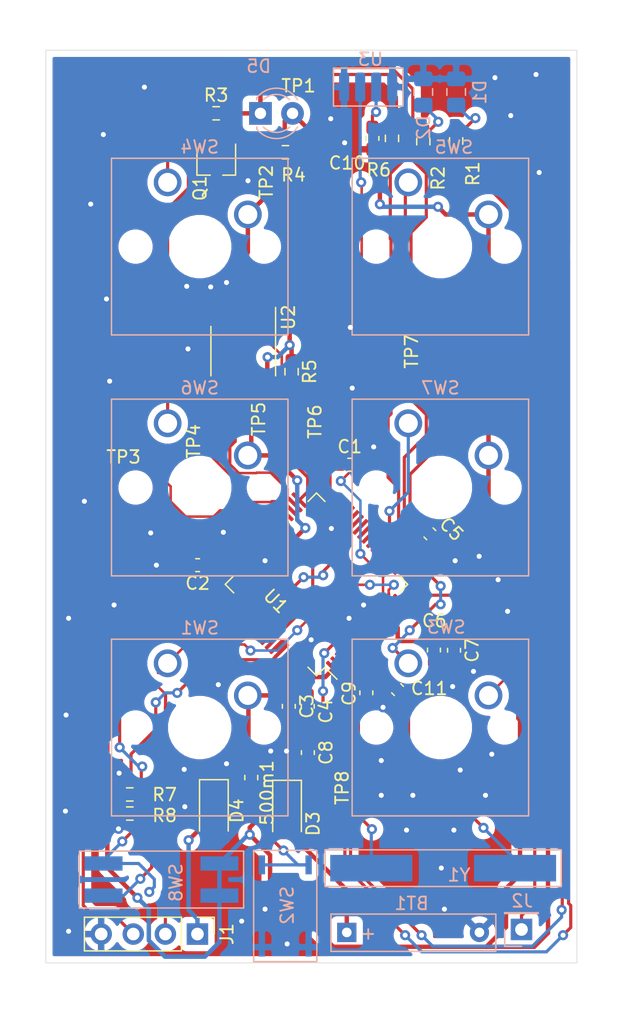
<source format=kicad_pcb>
(kicad_pcb (version 20171130) (host pcbnew 5.1.10)
  (layers (0 F.Cu signal hide) (31 B.Cu signal) (34 B.Paste user) (35 F.Paste user) (36 B.SilkS user) (37 F.SilkS user) (38 B.Mask user) (39 F.Mask user hide) (44 Edge.Cuts user))
  (net 0 "")
  (net 1 "Net-(500m1-Pad2)")
  (net 2 VDD)
  (net 3 GND)
  (net 4 /NRST)
  (net 5 /OSC_IN)
  (net 6 "Net-(C10-Pad1)")
  (net 7 /OSC_OUT)
  (net 8 "Net-(D1-Pad2)")
  (net 9 "Net-(D2-Pad2)")
  (net 10 /SWDIO)
  (net 11 /SWCLK)
  (net 12 /USART_TX)
  (net 13 "Net-(Q1-Pad1)")
  (net 14 /STATUS)
  (net 15 /FAIL)
  (net 16 /IR_OUT)
  (net 17 /CS)
  (net 18 /BOOT1)
  (net 19 /BOOT0)
  (net 20 /KESC)
  (net 21 /KOK)
  (net 22 /K0)
  (net 23 /K1)
  (net 24 /K2)
  (net 25 /K3)
  (net 26 "Net-(U1-Pad62)")
  (net 27 "Net-(U1-Pad61)")
  (net 28 "Net-(U1-Pad59)")
  (net 29 "Net-(U1-Pad57)")
  (net 30 "Net-(U1-Pad56)")
  (net 31 "Net-(U1-Pad55)")
  (net 32 "Net-(U1-Pad54)")
  (net 33 "Net-(U1-Pad53)")
  (net 34 "Net-(U1-Pad52)")
  (net 35 "Net-(U1-Pad51)")
  (net 36 "Net-(U1-Pad50)")
  (net 37 "Net-(U1-Pad45)")
  (net 38 "Net-(U1-Pad44)")
  (net 39 "Net-(U1-Pad43)")
  (net 40 "Net-(U1-Pad42)")
  (net 41 "Net-(U1-Pad41)")
  (net 42 "Net-(U1-Pad40)")
  (net 43 "Net-(U1-Pad39)")
  (net 44 "Net-(U1-Pad38)")
  (net 45 "Net-(U1-Pad37)")
  (net 46 /MOSI)
  (net 47 /MISO)
  (net 48 /SCK)
  (net 49 "Net-(U1-Pad30)")
  (net 50 "Net-(U1-Pad29)")
  (net 51 "Net-(U1-Pad27)")
  (net 52 "Net-(U1-Pad26)")
  (net 53 "Net-(U1-Pad25)")
  (net 54 "Net-(U1-Pad24)")
  (net 55 /IR_IN)
  (net 56 "Net-(U1-Pad11)")
  (net 57 "Net-(U1-Pad10)")
  (net 58 "Net-(U1-Pad9)")
  (net 59 "Net-(U1-Pad8)")
  (net 60 "Net-(U1-Pad3)")
  (net 61 /BAT+)
  (net 62 /SWD_VDD)
  (net 63 /IR_Pwr2)
  (net 64 /IR_Pwr1)
  (module programmable-remote:TestPoint_harwin_S2761-46R (layer F.Cu) (at 128.9 128.5 90)
    (fp_text reference TP8 (at 0.35 2.25 90) (layer F.SilkS))
    (fp_text value TestPoint)
    (pad 1 smd rect (at 0 0 90) (size 1.8 1) (layers F.Cu F.Paste F.Mask) (net 2 VDD))
  )
  (module programmable-remote:TestPoint_harwin_S2761-46R (layer F.Cu) (at 133.65 94.15 90)
    (fp_text reference TP7 (at 0.5 3 90) (layer F.SilkS))
    (fp_text value TestPoint)
    (pad 1 smd rect (at 0 0 90) (size 1.8 1) (layers F.Cu F.Paste F.Mask) (net 55 /IR_IN))
  )
  (module programmable-remote:TestPoint_harwin_S2761-46R (layer F.Cu) (at 126.8 99.2 90)
    (fp_text reference TP6 (at 0 2.2 90) (layer F.SilkS))
    (fp_text value TestPoint)
    (pad 1 smd rect (at 0 0 90) (size 1.8 1) (layers F.Cu F.Paste F.Mask) (net 17 /CS))
  )
  (module programmable-remote:TestPoint_harwin_S2761-46R (layer F.Cu) (at 122.7 99.15 270)
    (fp_text reference TP5 (at -0.15 -1.85 90) (layer F.SilkS))
    (fp_text value TestPoint)
    (pad 1 smd rect (at 0 0 270) (size 1.8 1) (layers F.Cu F.Paste F.Mask) (net 48 /SCK))
  )
  (module programmable-remote:TestPoint_harwin_S2761-46R (layer F.Cu) (at 120.9 100.85 90)
    (fp_text reference TP4 (at 0.1 -1.5 90) (layer F.SilkS))
    (fp_text value TestPoint)
    (pad 1 smd rect (at 0 0 90) (size 1.8 1) (layers F.Cu F.Paste F.Mask) (net 47 /MISO))
  )
  (module programmable-remote:TestPoint_harwin_S2761-46R (layer F.Cu) (at 116.8 102.15)
    (fp_text reference TP3 (at -2.95 -0.15) (layer F.SilkS))
    (fp_text value TestPoint)
    (pad 1 smd rect (at 0 0) (size 1.8 1) (layers F.Cu F.Paste F.Mask) (net 46 /MOSI))
  )
  (module programmable-remote:TestPoint_harwin_S2761-46R (layer F.Cu) (at 123.95 77.55 90)
    (fp_text reference TP2 (at -2.7 1.2 90) (layer F.SilkS))
    (fp_text value TestPoint)
    (pad 1 smd rect (at 0 0 90) (size 1.8 1) (layers F.Cu F.Paste F.Mask) (net 13 "Net-(Q1-Pad1)"))
  )
  (module programmable-remote:TestPoint_harwin_S2761-46R (layer F.Cu) (at 124.65 72.8)
    (fp_text reference TP1 (at 3.05 -0.15) (layer F.SilkS))
    (fp_text value TestPoint)
    (pad 1 smd rect (at 0 0) (size 1.8 1) (layers F.Cu F.Paste F.Mask) (net 63 /IR_Pwr2))
  )
  (module Package_QFP:LQFP-64_10x10mm_P0.5mm (layer F.Cu) (at 129.123161 112.067499 135)
    (fp_text reference U1 (at 1.336899 -3.221339 135) (layer F.SilkS))
    (fp_text value STM32F103RBTx)
    (pad 64 smd roundrect (at -3.75 -5.675 135) (size 0.3 1.55) (layers F.Cu F.Paste F.Mask) (net 2 VDD))
    (pad 63 smd roundrect (at -3.25 -5.675 135) (size 0.3 1.55) (layers F.Cu F.Paste F.Mask) (net 3 GND))
    (pad 62 smd roundrect (at -2.75 -5.675 135) (size 0.3 1.55) (layers F.Cu F.Paste F.Mask) (net 26 "Net-(U1-Pad62)"))
    (pad 61 smd roundrect (at -2.25 -5.675 135) (size 0.3 1.55) (layers F.Cu F.Paste F.Mask) (net 27 "Net-(U1-Pad61)"))
    (pad 60 smd roundrect (at -1.75 -5.675 135) (size 0.3 1.55) (layers F.Cu F.Paste F.Mask) (net 19 /BOOT0))
    (pad 59 smd roundrect (at -1.25 -5.675 135) (size 0.3 1.55) (layers F.Cu F.Paste F.Mask) (net 28 "Net-(U1-Pad59)"))
    (pad 58 smd roundrect (at -0.75 -5.675 135) (size 0.3 1.55) (layers F.Cu F.Paste F.Mask) (net 16 /IR_OUT))
    (pad 57 smd roundrect (at -0.25 -5.675 135) (size 0.3 1.55) (layers F.Cu F.Paste F.Mask) (net 29 "Net-(U1-Pad57)"))
    (pad 56 smd roundrect (at 0.25 -5.675 135) (size 0.3 1.55) (layers F.Cu F.Paste F.Mask) (net 30 "Net-(U1-Pad56)"))
    (pad 55 smd roundrect (at 0.75 -5.675 135) (size 0.3 1.55) (layers F.Cu F.Paste F.Mask) (net 31 "Net-(U1-Pad55)"))
    (pad 54 smd roundrect (at 1.25 -5.675 135) (size 0.3 1.55) (layers F.Cu F.Paste F.Mask) (net 32 "Net-(U1-Pad54)"))
    (pad 53 smd roundrect (at 1.75 -5.675 135) (size 0.3 1.55) (layers F.Cu F.Paste F.Mask) (net 33 "Net-(U1-Pad53)"))
    (pad 52 smd roundrect (at 2.25 -5.675 135) (size 0.3 1.55) (layers F.Cu F.Paste F.Mask) (net 34 "Net-(U1-Pad52)"))
    (pad 51 smd roundrect (at 2.75 -5.675 135) (size 0.3 1.55) (layers F.Cu F.Paste F.Mask) (net 35 "Net-(U1-Pad51)"))
    (pad 50 smd roundrect (at 3.25 -5.675 135) (size 0.3 1.55) (layers F.Cu F.Paste F.Mask) (net 36 "Net-(U1-Pad50)"))
    (pad 49 smd roundrect (at 3.75 -5.675 135) (size 0.3 1.55) (layers F.Cu F.Paste F.Mask) (net 11 /SWCLK))
    (pad 48 smd roundrect (at 5.675 -3.75 135) (size 1.55 0.3) (layers F.Cu F.Paste F.Mask) (net 2 VDD))
    (pad 47 smd roundrect (at 5.675 -3.25 135) (size 1.55 0.3) (layers F.Cu F.Paste F.Mask) (net 3 GND))
    (pad 46 smd roundrect (at 5.675 -2.75 135) (size 1.55 0.3) (layers F.Cu F.Paste F.Mask) (net 10 /SWDIO))
    (pad 45 smd roundrect (at 5.675 -2.25 135) (size 1.55 0.3) (layers F.Cu F.Paste F.Mask) (net 37 "Net-(U1-Pad45)"))
    (pad 44 smd roundrect (at 5.675 -1.75 135) (size 1.55 0.3) (layers F.Cu F.Paste F.Mask) (net 38 "Net-(U1-Pad44)"))
    (pad 43 smd roundrect (at 5.675 -1.25 135) (size 1.55 0.3) (layers F.Cu F.Paste F.Mask) (net 39 "Net-(U1-Pad43)"))
    (pad 42 smd roundrect (at 5.675 -0.75 135) (size 1.55 0.3) (layers F.Cu F.Paste F.Mask) (net 40 "Net-(U1-Pad42)"))
    (pad 41 smd roundrect (at 5.675 -0.25 135) (size 1.55 0.3) (layers F.Cu F.Paste F.Mask) (net 41 "Net-(U1-Pad41)"))
    (pad 40 smd roundrect (at 5.675 0.25 135) (size 1.55 0.3) (layers F.Cu F.Paste F.Mask) (net 42 "Net-(U1-Pad40)"))
    (pad 39 smd roundrect (at 5.675 0.75 135) (size 1.55 0.3) (layers F.Cu F.Paste F.Mask) (net 43 "Net-(U1-Pad39)"))
    (pad 38 smd roundrect (at 5.675 1.25 135) (size 1.55 0.3) (layers F.Cu F.Paste F.Mask) (net 44 "Net-(U1-Pad38)"))
    (pad 37 smd roundrect (at 5.675 1.75 135) (size 1.55 0.3) (layers F.Cu F.Paste F.Mask) (net 45 "Net-(U1-Pad37)"))
    (pad 36 smd roundrect (at 5.675 2.25 135) (size 1.55 0.3) (layers F.Cu F.Paste F.Mask) (net 46 /MOSI))
    (pad 35 smd roundrect (at 5.675 2.75 135) (size 1.55 0.3) (layers F.Cu F.Paste F.Mask) (net 47 /MISO))
    (pad 34 smd roundrect (at 5.675 3.25 135) (size 1.55 0.3) (layers F.Cu F.Paste F.Mask) (net 48 /SCK))
    (pad 33 smd roundrect (at 5.675 3.75 135) (size 1.55 0.3) (layers F.Cu F.Paste F.Mask) (net 17 /CS))
    (pad 32 smd roundrect (at 3.75 5.675 135) (size 0.3 1.55) (layers F.Cu F.Paste F.Mask) (net 2 VDD))
    (pad 31 smd roundrect (at 3.25 5.675 135) (size 0.3 1.55) (layers F.Cu F.Paste F.Mask) (net 3 GND))
    (pad 30 smd roundrect (at 2.75 5.675 135) (size 0.3 1.55) (layers F.Cu F.Paste F.Mask) (net 49 "Net-(U1-Pad30)"))
    (pad 29 smd roundrect (at 2.25 5.675 135) (size 0.3 1.55) (layers F.Cu F.Paste F.Mask) (net 50 "Net-(U1-Pad29)"))
    (pad 28 smd roundrect (at 1.75 5.675 135) (size 0.3 1.55) (layers F.Cu F.Paste F.Mask) (net 18 /BOOT1))
    (pad 27 smd roundrect (at 1.25 5.675 135) (size 0.3 1.55) (layers F.Cu F.Paste F.Mask) (net 51 "Net-(U1-Pad27)"))
    (pad 26 smd roundrect (at 0.75 5.675 135) (size 0.3 1.55) (layers F.Cu F.Paste F.Mask) (net 52 "Net-(U1-Pad26)"))
    (pad 25 smd roundrect (at 0.25 5.675 135) (size 0.3 1.55) (layers F.Cu F.Paste F.Mask) (net 53 "Net-(U1-Pad25)"))
    (pad 24 smd roundrect (at -0.25 5.675 135) (size 0.3 1.55) (layers F.Cu F.Paste F.Mask) (net 54 "Net-(U1-Pad24)"))
    (pad 23 smd roundrect (at -0.75 5.675 135) (size 0.3 1.55) (layers F.Cu F.Paste F.Mask) (net 25 /K3))
    (pad 22 smd roundrect (at -1.25 5.675 135) (size 0.3 1.55) (layers F.Cu F.Paste F.Mask) (net 24 /K2))
    (pad 21 smd roundrect (at -1.75 5.675 135) (size 0.3 1.55) (layers F.Cu F.Paste F.Mask) (net 23 /K1))
    (pad 20 smd roundrect (at -2.25 5.675 135) (size 0.3 1.55) (layers F.Cu F.Paste F.Mask) (net 22 /K0))
    (pad 19 smd roundrect (at -2.75 5.675 135) (size 0.3 1.55) (layers F.Cu F.Paste F.Mask) (net 2 VDD))
    (pad 18 smd roundrect (at -3.25 5.675 135) (size 0.3 1.55) (layers F.Cu F.Paste F.Mask) (net 3 GND))
    (pad 17 smd roundrect (at -3.75 5.675 135) (size 0.3 1.55) (layers F.Cu F.Paste F.Mask) (net 21 /KOK))
    (pad 16 smd roundrect (at -5.675 3.75 135) (size 1.55 0.3) (layers F.Cu F.Paste F.Mask) (net 12 /USART_TX))
    (pad 15 smd roundrect (at -5.675 3.25 135) (size 1.55 0.3) (layers F.Cu F.Paste F.Mask) (net 20 /KESC))
    (pad 14 smd roundrect (at -5.675 2.75 135) (size 1.55 0.3) (layers F.Cu F.Paste F.Mask) (net 55 /IR_IN))
    (pad 13 smd roundrect (at -5.675 2.25 135) (size 1.55 0.3) (layers F.Cu F.Paste F.Mask) (net 2 VDD))
    (pad 12 smd roundrect (at -5.675 1.75 135) (size 1.55 0.3) (layers F.Cu F.Paste F.Mask) (net 3 GND))
    (pad 11 smd roundrect (at -5.675 1.25 135) (size 1.55 0.3) (layers F.Cu F.Paste F.Mask) (net 56 "Net-(U1-Pad11)"))
    (pad 10 smd roundrect (at -5.675 0.75 135) (size 1.55 0.3) (layers F.Cu F.Paste F.Mask) (net 57 "Net-(U1-Pad10)"))
    (pad 9 smd roundrect (at -5.675 0.25 135) (size 1.55 0.3) (layers F.Cu F.Paste F.Mask) (net 58 "Net-(U1-Pad9)"))
    (pad 8 smd roundrect (at -5.675 -0.25 135) (size 1.55 0.3) (layers F.Cu F.Paste F.Mask) (net 59 "Net-(U1-Pad8)"))
    (pad 7 smd roundrect (at -5.675 -0.75 135) (size 1.55 0.3) (layers F.Cu F.Paste F.Mask) (net 4 /NRST))
    (pad 6 smd roundrect (at -5.675 -1.25 135) (size 1.55 0.3) (layers F.Cu F.Paste F.Mask) (net 7 /OSC_OUT))
    (pad 5 smd roundrect (at -5.675 -1.75 135) (size 1.55 0.3) (layers F.Cu F.Paste F.Mask) (net 5 /OSC_IN))
    (pad 4 smd roundrect (at -5.675 -2.25 135) (size 1.55 0.3) (layers F.Cu F.Paste F.Mask) (net 15 /FAIL))
    (pad 3 smd roundrect (at -5.675 -2.75 135) (size 1.55 0.3) (layers F.Cu F.Paste F.Mask) (net 60 "Net-(U1-Pad3)"))
    (pad 2 smd roundrect (at -5.675 -3.25 135) (size 1.55 0.3) (layers F.Cu F.Paste F.Mask) (net 14 /STATUS))
    (pad 1 smd roundrect (at -5.675 -3.75 135) (size 1.55 0.3) (layers F.Cu F.Paste F.Mask) (net 2 VDD))
  )
  (module Capacitor_SMD:C_0603_1608Metric_Pad1.08x0.95mm_HandSolder (layer F.Cu) (at 126.93 121.7125 270)
    (fp_text reference C3 (at 0 -1.43 90) (layer F.SilkS))
    (fp_text value .1u)
    (pad 2 smd roundrect (at 0.8625 0 270) (size 1.075 0.95) (layers F.Cu F.Paste F.Mask) (net 3 GND))
    (pad 1 smd roundrect (at -0.8625 0 270) (size 1.075 0.95) (layers F.Cu F.Paste F.Mask) (net 2 VDD))
  )
  (module Capacitor_SMD:C_0603_1608Metric_Pad1.08x0.95mm_HandSolder (layer F.Cu) (at 138.42 117.26 270)
    (fp_text reference C6 (at -2.31 -0.03 180) (layer F.SilkS))
    (fp_text value 10n)
    (pad 2 smd roundrect (at 0.8625 0 270) (size 1.075 0.95) (layers F.Cu F.Paste F.Mask) (net 3 GND))
    (pad 1 smd roundrect (at -0.8625 0 270) (size 1.075 0.95) (layers F.Cu F.Paste F.Mask) (net 2 VDD))
  )
  (module Capacitor_SMD:C_0603_1608Metric_Pad1.08x0.95mm_HandSolder (layer F.Cu) (at 135.54 120.39 315)
    (fp_text reference C11 (at 1.711198 -1.838478 180) (layer F.SilkS))
    (fp_text value 25p)
    (pad 2 smd roundrect (at 0.8625 0 315) (size 1.075 0.95) (layers F.Cu F.Paste F.Mask) (net 3 GND))
    (pad 1 smd roundrect (at -0.8625 0 315) (size 1.075 0.95) (layers F.Cu F.Paste F.Mask) (net 7 /OSC_OUT))
  )
  (module Capacitor_SMD:C_0603_1608Metric_Pad1.08x0.95mm_HandSolder (layer F.Cu) (at 128.43 121.7125 270)
    (fp_text reference C4 (at 0.3875 -1.43 90) (layer F.SilkS))
    (fp_text value 4.7u)
    (pad 2 smd roundrect (at 0.8625 0 270) (size 1.075 0.95) (layers F.Cu F.Paste F.Mask) (net 3 GND))
    (pad 1 smd roundrect (at -0.8625 0 270) (size 1.075 0.95) (layers F.Cu F.Paste F.Mask) (net 2 VDD))
  )
  (module Capacitor_SMD:C_0603_1608Metric_Pad1.08x0.95mm_HandSolder (layer F.Cu) (at 119.7175 110.55 180)
    (fp_text reference C2 (at 0 -1.43) (layer F.SilkS))
    (fp_text value .1u)
    (pad 2 smd roundrect (at 0.8625 0 180) (size 1.075 0.95) (layers F.Cu F.Paste F.Mask) (net 3 GND))
    (pad 1 smd roundrect (at -0.8625 0 180) (size 1.075 0.95) (layers F.Cu F.Paste F.Mask) (net 2 VDD))
  )
  (module Capacitor_SMD:C_0603_1608Metric_Pad1.08x0.95mm_HandSolder (layer F.Cu) (at 138.09988 108.06988 315)
    (fp_text reference C5 (at 0.940622 -1.463711 135) (layer F.SilkS))
    (fp_text value .1u)
    (pad 2 smd roundrect (at 0.8625 0 315) (size 1.075 0.95) (layers F.Cu F.Paste F.Mask) (net 3 GND))
    (pad 1 smd roundrect (at -0.8625 0 315) (size 1.075 0.95) (layers F.Cu F.Paste F.Mask) (net 2 VDD))
  )
  (module Capacitor_SMD:C_0603_1608Metric_Pad1.08x0.95mm_HandSolder (layer F.Cu) (at 131.7525 102.61)
    (fp_text reference C1 (at 0 -1.43) (layer F.SilkS))
    (fp_text value .1u)
    (pad 2 smd roundrect (at 0.8625 0) (size 1.075 0.95) (layers F.Cu F.Paste F.Mask) (net 3 GND))
    (pad 1 smd roundrect (at -0.8625 0) (size 1.075 0.95) (layers F.Cu F.Paste F.Mask) (net 2 VDD))
  )
  (module Capacitor_SMD:C_0603_1608Metric_Pad1.08x0.95mm_HandSolder (layer F.Cu) (at 133.07 120.6425 270)
    (fp_text reference C9 (at 0.0575 1.37 90) (layer F.SilkS))
    (fp_text value 25p)
    (pad 2 smd roundrect (at 0.8625 0 270) (size 1.075 0.95) (layers F.Cu F.Paste F.Mask) (net 3 GND))
    (pad 1 smd roundrect (at -0.8625 0 270) (size 1.075 0.95) (layers F.Cu F.Paste F.Mask) (net 5 /OSC_IN))
  )
  (module Capacitor_SMD:C_0603_1608Metric_Pad1.08x0.95mm_HandSolder (layer F.Cu) (at 140.01 117.2775 270)
    (fp_text reference C7 (at 0 -1.43 90) (layer F.SilkS))
    (fp_text value 1u)
    (pad 2 smd roundrect (at 0.8625 0 270) (size 1.075 0.95) (layers F.Cu F.Paste F.Mask) (net 3 GND))
    (pad 1 smd roundrect (at -0.8625 0 270) (size 1.075 0.95) (layers F.Cu F.Paste F.Mask) (net 2 VDD))
  )
  (module Button_Switch_Keyboard:SW_Cherry_MX_1.00u_PCB (layer B.Cu) (at 117.34 118.31 180)
    (fp_text reference SW1 (at -2.54 2.794) (layer B.SilkS) (effects (justify mirror)))
    (fp_text value SW_Push)
    (pad "" np_thru_hole circle (at 2.54 -5.08 180) (size 1.7 1.7) (drill 1.7) (layers *.Cu *.Mask))
    (pad "" np_thru_hole circle (at -7.62 -5.08 180) (size 1.7 1.7) (drill 1.7) (layers *.Cu *.Mask))
    (pad "" np_thru_hole circle (at -2.54 -5.08 180) (size 4 4) (drill 4) (layers *.Cu *.Mask))
    (pad 2 thru_hole circle (at -6.35 -2.54 180) (size 2.2 2.2) (drill 1.5) (layers *.Cu *.Mask) (net 2 VDD))
    (pad 1 thru_hole circle (at 0 0 180) (size 2.2 2.2) (drill 1.5) (layers *.Cu *.Mask) (net 20 /KESC))
  )
  (module Button_Switch_Keyboard:SW_Cherry_MX_1.00u_PCB (layer B.Cu) (at 136.39 99.33 180)
    (fp_text reference SW7 (at -2.54 2.794) (layer B.SilkS) (effects (justify mirror)))
    (fp_text value SW_Push)
    (pad "" np_thru_hole circle (at 2.54 -5.08 180) (size 1.7 1.7) (drill 1.7) (layers *.Cu *.Mask))
    (pad "" np_thru_hole circle (at -7.62 -5.08 180) (size 1.7 1.7) (drill 1.7) (layers *.Cu *.Mask))
    (pad "" np_thru_hole circle (at -2.54 -5.08 180) (size 4 4) (drill 4) (layers *.Cu *.Mask))
    (pad 2 thru_hole circle (at -6.35 -2.54 180) (size 2.2 2.2) (drill 1.5) (layers *.Cu *.Mask) (net 2 VDD))
    (pad 1 thru_hole circle (at 0 0 180) (size 2.2 2.2) (drill 1.5) (layers *.Cu *.Mask) (net 25 /K3))
  )
  (module programmable-remote:TSOP953xx (layer B.Cu) (at 133.215 72.745 180)
    (fp_text reference U3 (at -0.185 2.195) (layer B.SilkS) (effects (justify mirror)))
    (fp_text value TSOP953xx)
    (pad 1 smd roundrect (at -1.905 0 180) (size 0.8 2.3) (layers B.Cu B.Paste B.Mask) (net 3 GND))
    (pad 2 smd roundrect (at -0.635 0 180) (size 0.8 2.3) (layers B.Cu B.Paste B.Mask) (net 6 "Net-(C10-Pad1)"))
    (pad 3 smd roundrect (at 0.635 0 180) (size 0.8 2.3) (layers B.Cu B.Paste B.Mask) (net 55 /IR_IN))
    (pad 1 smd roundrect (at 1.905 0 180) (size 0.8 2.3) (layers B.Cu B.Paste B.Mask) (net 3 GND))
  )
  (module programmable-remote:Crystal_ABLS-8.000MHZ-B4-T (layer B.Cu) (at 139.15 134.51 180)
    (fp_text reference Y1 (at -1.25 -0.54) (layer B.SilkS) (effects (justify mirror)))
    (fp_text value "8 MHz")
    (pad 1 smd rect (at -5.69 0 180) (size 6.5 2.1) (layers B.Cu B.Paste B.Mask) (net 7 /OSC_OUT))
    (pad 2 smd rect (at 5.69 0 180) (size 6.5 2.1) (layers B.Cu B.Paste B.Mask) (net 5 /OSC_IN))
  )
  (module Package_SO:SOIC-8_3.9x4.9mm_P1.27mm (layer F.Cu) (at 123.325 93.625 270)
    (fp_text reference U2 (at -2.675 -3.575 90) (layer F.SilkS))
    (fp_text value M95640_RMN6TP)
    (pad 1 smd roundrect (at -2.475 -1.905 270) (size 1.95 0.6) (layers F.Cu F.Paste F.Mask) (net 17 /CS))
    (pad 2 smd roundrect (at -2.475 -0.635 270) (size 1.95 0.6) (layers F.Cu F.Paste F.Mask) (net 47 /MISO))
    (pad 3 smd roundrect (at -2.475 0.635 270) (size 1.95 0.6) (layers F.Cu F.Paste F.Mask) (net 2 VDD))
    (pad 4 smd roundrect (at -2.475 1.905 270) (size 1.95 0.6) (layers F.Cu F.Paste F.Mask) (net 3 GND))
    (pad 5 smd roundrect (at 2.475 1.905 270) (size 1.95 0.6) (layers F.Cu F.Paste F.Mask) (net 46 /MOSI))
    (pad 6 smd roundrect (at 2.475 0.635 270) (size 1.95 0.6) (layers F.Cu F.Paste F.Mask) (net 48 /SCK))
    (pad 7 smd roundrect (at 2.475 -0.635 270) (size 1.95 0.6) (layers F.Cu F.Paste F.Mask) (net 2 VDD))
    (pad 8 smd roundrect (at 2.475 -1.905 270) (size 1.95 0.6) (layers F.Cu F.Paste F.Mask) (net 2 VDD))
  )
  (module programmable-remote:SW_2LP (layer B.Cu) (at 116.855 135.41 90)
    (fp_text reference SW8 (at -0.24 1.145 270) (layer B.SilkS) (effects (justify mirror)))
    (fp_text value SW_DIP_x02)
    (pad 1 smd rect (at -1.27 4.585 90) (size 1.13 3) (layers B.Cu B.Paste B.Mask) (net 2 VDD))
    (pad 3 smd rect (at -1.27 -4.585 90) (size 1.13 3) (layers B.Cu B.Paste B.Mask) (net 18 /BOOT1))
    (pad 2 smd rect (at 1.27 4.585 90) (size 1.13 3) (layers B.Cu B.Paste B.Mask) (net 2 VDD))
    (pad 4 smd rect (at 1.27 -4.585 90) (size 1.13 3) (layers B.Cu B.Paste B.Mask) (net 19 /BOOT0))
  )
  (module Button_Switch_Keyboard:SW_Cherry_MX_1.00u_PCB (layer B.Cu) (at 117.34 99.33 180)
    (fp_text reference SW6 (at -2.54 2.794) (layer B.SilkS) (effects (justify mirror)))
    (fp_text value SW_Push)
    (pad "" np_thru_hole circle (at 2.54 -5.08 180) (size 1.7 1.7) (drill 1.7) (layers *.Cu *.Mask))
    (pad "" np_thru_hole circle (at -7.62 -5.08 180) (size 1.7 1.7) (drill 1.7) (layers *.Cu *.Mask))
    (pad "" np_thru_hole circle (at -2.54 -5.08 180) (size 4 4) (drill 4) (layers *.Cu *.Mask))
    (pad 2 thru_hole circle (at -6.35 -2.54 180) (size 2.2 2.2) (drill 1.5) (layers *.Cu *.Mask) (net 2 VDD))
    (pad 1 thru_hole circle (at 0 0 180) (size 2.2 2.2) (drill 1.5) (layers *.Cu *.Mask) (net 24 /K2))
  )
  (module Button_Switch_Keyboard:SW_Cherry_MX_1.00u_PCB (layer B.Cu) (at 136.39 80.28 180)
    (fp_text reference SW5 (at -3.61 2.78) (layer B.SilkS) (effects (justify mirror)))
    (fp_text value SW_Push)
    (pad "" np_thru_hole circle (at 2.54 -5.08 180) (size 1.7 1.7) (drill 1.7) (layers *.Cu *.Mask))
    (pad "" np_thru_hole circle (at -7.62 -5.08 180) (size 1.7 1.7) (drill 1.7) (layers *.Cu *.Mask))
    (pad "" np_thru_hole circle (at -2.54 -5.08 180) (size 4 4) (drill 4) (layers *.Cu *.Mask))
    (pad 2 thru_hole circle (at -6.35 -2.54 180) (size 2.2 2.2) (drill 1.5) (layers *.Cu *.Mask) (net 2 VDD))
    (pad 1 thru_hole circle (at 0 0 180) (size 2.2 2.2) (drill 1.5) (layers *.Cu *.Mask) (net 23 /K1))
  )
  (module Button_Switch_Keyboard:SW_Cherry_MX_1.00u_PCB (layer B.Cu) (at 117.34 80.28 180)
    (fp_text reference SW4 (at -2.54 2.794) (layer B.SilkS) (effects (justify mirror)))
    (fp_text value SW_Push)
    (pad "" np_thru_hole circle (at 2.54 -5.08 180) (size 1.7 1.7) (drill 1.7) (layers *.Cu *.Mask))
    (pad "" np_thru_hole circle (at -7.62 -5.08 180) (size 1.7 1.7) (drill 1.7) (layers *.Cu *.Mask))
    (pad "" np_thru_hole circle (at -2.54 -5.08 180) (size 4 4) (drill 4) (layers *.Cu *.Mask))
    (pad 2 thru_hole circle (at -6.35 -2.54 180) (size 2.2 2.2) (drill 1.5) (layers *.Cu *.Mask) (net 2 VDD))
    (pad 1 thru_hole circle (at 0 0 180) (size 2.2 2.2) (drill 1.5) (layers *.Cu *.Mask) (net 22 /K0))
  )
  (module Button_Switch_Keyboard:SW_Cherry_MX_1.00u_PCB (layer B.Cu) (at 136.39 118.31 180)
    (fp_text reference SW3 (at -3.01 2.86) (layer B.SilkS) (effects (justify mirror)))
    (fp_text value SW_Push)
    (pad "" np_thru_hole circle (at 2.54 -5.08 180) (size 1.7 1.7) (drill 1.7) (layers *.Cu *.Mask))
    (pad "" np_thru_hole circle (at -7.62 -5.08 180) (size 1.7 1.7) (drill 1.7) (layers *.Cu *.Mask))
    (pad "" np_thru_hole circle (at -2.54 -5.08 180) (size 4 4) (drill 4) (layers *.Cu *.Mask))
    (pad 2 thru_hole circle (at -6.35 -2.54 180) (size 2.2 2.2) (drill 1.5) (layers *.Cu *.Mask) (net 2 VDD))
    (pad 1 thru_hole circle (at 0 0 180) (size 2.2 2.2) (drill 1.5) (layers *.Cu *.Mask) (net 21 /KOK))
  )
  (module programmable-remote:SW_PTS526 (layer B.Cu) (at 126.65 137.5 90)
    (fp_text reference SW2 (at 0.05 0.15 270) (layer B.SilkS) (effects (justify mirror)))
    (fp_text value SW_Push)
    (pad 1 smd rect (at -3.25 1.85 90) (size 1.5 0.5) (layers B.Cu B.Paste B.Mask) (net 3 GND))
    (pad 1 smd rect (at -3.25 -1.85 90) (size 1.5 0.5) (layers B.Cu B.Paste B.Mask) (net 3 GND))
    (pad 2 smd rect (at 3.25 1.85 90) (size 1.5 0.5) (layers B.Cu B.Paste B.Mask) (net 4 /NRST))
    (pad 2 smd rect (at 3.25 -1.85 90) (size 1.5 0.5) (layers B.Cu B.Paste B.Mask) (net 4 /NRST))
  )
  (module Resistor_SMD:R_0603_1608Metric_Pad0.98x0.95mm_HandSolder (layer F.Cu) (at 114.3475 130.19 180)
    (fp_text reference R8 (at -2.7525 -0.16) (layer F.SilkS))
    (fp_text value 4.7k)
    (pad 1 smd roundrect (at -0.9125 0 180) (size 0.975 0.95) (layers F.Cu F.Paste F.Mask) (net 19 /BOOT0))
    (pad 2 smd roundrect (at 0.9125 0 180) (size 0.975 0.95) (layers F.Cu F.Paste F.Mask) (net 3 GND))
  )
  (module Resistor_SMD:R_0603_1608Metric_Pad0.98x0.95mm_HandSolder (layer F.Cu) (at 114.3425 128.68 180)
    (fp_text reference R7 (at -2.7575 -0.02) (layer F.SilkS))
    (fp_text value 4.7k)
    (pad 1 smd roundrect (at -0.9125 0 180) (size 0.975 0.95) (layers F.Cu F.Paste F.Mask) (net 18 /BOOT1))
    (pad 2 smd roundrect (at 0.9125 0 180) (size 0.975 0.95) (layers F.Cu F.Paste F.Mask) (net 3 GND))
  )
  (module Resistor_SMD:R_0603_1608Metric_Pad0.98x0.95mm_HandSolder (layer F.Cu) (at 135.1 76.8025 90)
    (fp_text reference R6 (at -2.4975 -1.05 180) (layer F.SilkS))
    (fp_text value 100)
    (pad 1 smd roundrect (at -0.9125 0 90) (size 0.975 0.95) (layers F.Cu F.Paste F.Mask) (net 2 VDD))
    (pad 2 smd roundrect (at 0.9125 0 90) (size 0.975 0.95) (layers F.Cu F.Paste F.Mask) (net 6 "Net-(C10-Pad1)"))
  )
  (module Resistor_SMD:R_0603_1608Metric_Pad0.98x0.95mm_HandSolder (layer F.Cu) (at 127.15 95.25 270)
    (fp_text reference R5 (at 0 -1.43 90) (layer F.SilkS))
    (fp_text value 4.7k)
    (pad 2 smd roundrect (at 0.9125 0 270) (size 0.975 0.95) (layers F.Cu F.Paste F.Mask) (net 17 /CS))
    (pad 1 smd roundrect (at -0.9125 0 270) (size 0.975 0.95) (layers F.Cu F.Paste F.Mask) (net 2 VDD))
  )
  (module Resistor_SMD:R_0603_1608Metric_Pad0.98x0.95mm_HandSolder (layer F.Cu) (at 126.6625 77.9)
    (fp_text reference R4 (at 0.6375 1.8) (layer F.SilkS))
    (fp_text value 68k)
    (pad 1 smd roundrect (at -0.9125 0) (size 0.975 0.95) (layers F.Cu F.Paste F.Mask) (net 13 "Net-(Q1-Pad1)"))
    (pad 2 smd roundrect (at 0.9125 0) (size 0.975 0.95) (layers F.Cu F.Paste F.Mask) (net 16 /IR_OUT))
  )
  (module Resistor_SMD:R_0603_1608Metric_Pad0.98x0.95mm_HandSolder (layer F.Cu) (at 121.18 74.82)
    (fp_text reference R3 (at 0 -1.43) (layer F.SilkS))
    (fp_text value 10)
    (pad 1 smd roundrect (at -0.9125 0) (size 0.975 0.95) (layers F.Cu F.Paste F.Mask) (net 64 /IR_Pwr1))
    (pad 2 smd roundrect (at 0.9125 0) (size 0.975 0.95) (layers F.Cu F.Paste F.Mask) (net 63 /IR_Pwr2))
  )
  (module Resistor_SMD:R_0603_1608Metric_Pad0.98x0.95mm_HandSolder (layer F.Cu) (at 137.58 77.0575 90)
    (fp_text reference R2 (at -2.8925 1.17 90) (layer F.SilkS))
    (fp_text value 68)
    (pad 1 smd roundrect (at -0.9125 0 90) (size 0.975 0.95) (layers F.Cu F.Paste F.Mask) (net 15 /FAIL))
    (pad 2 smd roundrect (at 0.9125 0 90) (size 0.975 0.95) (layers F.Cu F.Paste F.Mask) (net 9 "Net-(D2-Pad2)"))
  )
  (module Resistor_SMD:R_0603_1608Metric_Pad0.98x0.95mm_HandSolder (layer F.Cu) (at 140.18 77.0075 90)
    (fp_text reference R1 (at -2.5925 1.32 90) (layer F.SilkS))
    (fp_text value 68)
    (pad 1 smd roundrect (at -0.9125 0 90) (size 0.975 0.95) (layers F.Cu F.Paste F.Mask) (net 14 /STATUS))
    (pad 2 smd roundrect (at 0.9125 0 90) (size 0.975 0.95) (layers F.Cu F.Paste F.Mask) (net 8 "Net-(D1-Pad2)"))
  )
  (module Package_TO_SOT_SMD:TSOT-23_HandSoldering (layer F.Cu) (at 121.21 78.76 270)
    (fp_text reference Q1 (at 1.99 1.31 90) (layer F.SilkS))
    (fp_text value Q_NPN_Darlington_BCE)
    (pad 1 smd rect (at -1.71 -0.95 270) (size 2 0.65) (layers F.Cu F.Paste F.Mask) (net 13 "Net-(Q1-Pad1)"))
    (pad 2 smd rect (at -1.71 0.95 270) (size 2 0.65) (layers F.Cu F.Paste F.Mask) (net 64 /IR_Pwr1))
    (pad 3 smd rect (at 1.71 0 270) (size 2 0.65) (layers F.Cu F.Paste F.Mask) (net 3 GND))
  )
  (module Connector_PinHeader_2.54mm:PinHeader_1x01_P2.54mm_Vertical (layer B.Cu) (at 145.35 139.36)
    (fp_text reference J2 (at 0.05 -2.26) (layer B.SilkS) (effects (justify mirror)))
    (fp_text value Conn_01x01_Male)
    (pad 1 thru_hole rect (at 0 0) (size 1.7 1.7) (drill 1) (layers *.Cu *.Mask) (net 12 /USART_TX))
  )
  (module Connector_PinHeader_2.54mm:PinHeader_1x04_P2.54mm_Vertical (layer F.Cu) (at 119.7 139.72 270)
    (fp_text reference J1 (at 0 -2.33 90) (layer F.SilkS))
    (fp_text value Conn_01x04_Male)
    (pad 1 thru_hole rect (at 0 0 270) (size 1.7 1.7) (drill 1) (layers *.Cu *.Mask) (net 62 /SWD_VDD))
    (pad 2 thru_hole oval (at 0 2.54 270) (size 1.7 1.7) (drill 1) (layers *.Cu *.Mask) (net 11 /SWCLK))
    (pad 3 thru_hole oval (at 0 5.08 270) (size 1.7 1.7) (drill 1) (layers *.Cu *.Mask) (net 10 /SWDIO))
    (pad 4 thru_hole oval (at 0 7.62 270) (size 1.7 1.7) (drill 1) (layers *.Cu *.Mask) (net 3 GND))
  )
  (module LED_THT:LED_D3.0mm_IRGrey (layer B.Cu) (at 124.685 74.825)
    (fp_text reference D5 (at -0.135 -3.725) (layer B.SilkS) (effects (justify mirror)))
    (fp_text value LED)
    (pad 1 thru_hole rect (at 0 0) (size 1.8 1.8) (drill 0.9) (layers *.Cu *.Mask) (net 63 /IR_Pwr2))
    (pad 2 thru_hole circle (at 2.54 0) (size 1.8 1.8) (drill 0.9) (layers *.Cu *.Mask) (net 2 VDD))
  )
  (module Diode_SMD:D_1206_3216Metric_Pad1.42x1.75mm_HandSolder (layer F.Cu) (at 121 129.9725 270)
    (fp_text reference D4 (at 0 -1.82 90) (layer F.SilkS))
    (fp_text value D_Schottky)
    (pad 1 smd roundrect (at -1.4875 0 270) (size 1.425 1.75) (layers F.Cu F.Paste F.Mask) (roundrect_rratio 0.1754385964912281) (net 1 "Net-(500m1-Pad2)"))
    (pad 2 smd roundrect (at 1.4875 0 270) (size 1.425 1.75) (layers F.Cu F.Paste F.Mask) (roundrect_rratio 0.1754385964912281) (net 62 /SWD_VDD))
  )
  (module Diode_SMD:D_1206_3216Metric_Pad1.42x1.75mm_HandSolder (layer F.Cu) (at 126.79 130.0225 270)
    (fp_text reference D3 (at 0.9775 -2.06 90) (layer F.SilkS))
    (fp_text value D_Schottky)
    (pad 1 smd roundrect (at -1.4875 0 270) (size 1.425 1.75) (layers F.Cu F.Paste F.Mask) (roundrect_rratio 0.1754385964912281) (net 1 "Net-(500m1-Pad2)"))
    (pad 2 smd roundrect (at 1.4875 0 270) (size 1.425 1.75) (layers F.Cu F.Paste F.Mask) (roundrect_rratio 0.1754385964912281) (net 61 /BAT+))
  )
  (module Capacitor_SMD:C_0805_2012Metric_Pad1.18x1.45mm_HandSolder (layer B.Cu) (at 137.58 73.1325 270)
    (fp_text reference D2 (at 2.8175 -0.02 90) (layer B.SilkS) (effects (justify mirror)))
    (fp_text value LED)
    (pad 1 smd roundrect (at -1.0375 0 270) (size 1.175 1.45) (layers B.Cu B.Paste B.Mask) (roundrect_rratio 0.2127659574468085) (net 3 GND))
    (pad 2 smd roundrect (at 1.0375 0 270) (size 1.175 1.45) (layers B.Cu B.Paste B.Mask) (roundrect_rratio 0.2127659574468085) (net 9 "Net-(D2-Pad2)"))
  )
  (module Capacitor_SMD:C_0805_2012Metric_Pad1.18x1.45mm_HandSolder (layer B.Cu) (at 140.18 73.1325 270)
    (fp_text reference D1 (at 0.0175 -1.87 90) (layer B.SilkS) (effects (justify mirror)))
    (fp_text value LED)
    (pad 1 smd roundrect (at -1.0375 0 270) (size 1.175 1.45) (layers B.Cu B.Paste B.Mask) (roundrect_rratio 0.2127659574468085) (net 3 GND))
    (pad 2 smd roundrect (at 1.0375 0 270) (size 1.175 1.45) (layers B.Cu B.Paste B.Mask) (roundrect_rratio 0.2127659574468085) (net 8 "Net-(D1-Pad2)"))
  )
  (module Capacitor_SMD:C_0603_1608Metric_Pad1.08x0.95mm_HandSolder (layer F.Cu) (at 133.55 76.8025 270)
    (fp_text reference C10 (at 1.9475 2 180) (layer F.SilkS))
    (fp_text value .1u)
    (pad 1 smd roundrect (at -0.8625 0 270) (size 1.075 0.95) (layers F.Cu F.Paste F.Mask) (net 6 "Net-(C10-Pad1)"))
    (pad 2 smd roundrect (at 0.8625 0 270) (size 1.075 0.95) (layers F.Cu F.Paste F.Mask) (net 3 GND))
  )
  (module Capacitor_SMD:C_0603_1608Metric_Pad1.08x0.95mm_HandSolder (layer F.Cu) (at 128.44 125.3725 270)
    (fp_text reference C8 (at 0 -1.43 90) (layer F.SilkS))
    (fp_text value .1u)
    (pad 1 smd roundrect (at -0.8625 0 270) (size 1.075 0.95) (layers F.Cu F.Paste F.Mask) (net 4 /NRST))
    (pad 2 smd roundrect (at 0.8625 0 270) (size 1.075 0.95) (layers F.Cu F.Paste F.Mask) (net 3 GND))
  )
  (module programmable-remote:Battery (layer B.Cu) (at 136.77 139.59)
    (fp_text reference BT1 (at -0.12 -2.29) (layer B.SilkS) (effects (justify mirror)))
    (fp_text value Battery)
    (fp_text user + (at -3.55 0.05) (layer B.SilkS) (effects (justify mirror)))
    (pad 1 thru_hole rect (at -5.25 0) (size 1.524 1.524) (drill 0.762) (layers *.Cu *.Mask) (net 61 /BAT+))
    (pad 2 thru_hole circle (at 5.25 0) (size 1.524 1.524) (drill 0.762) (layers *.Cu *.Mask) (net 3 GND))
  )
  (module Fuse:Fuse_0603_1608Metric_Pad1.05x0.95mm_HandSolder (layer F.Cu) (at 123.96 127.345 270)
    (fp_text reference 500m1 (at 1.205 -1.24 90) (layer F.SilkS))
    (fp_text value Fuse)
    (pad 2 smd roundrect (at 0.875 0 270) (size 1.05 0.95) (layers F.Cu F.Paste F.Mask) (net 1 "Net-(500m1-Pad2)"))
    (pad 1 smd roundrect (at -0.875 0 270) (size 1.05 0.95) (layers F.Cu F.Paste F.Mask) (net 2 VDD))
  )
  (gr_line (start 107.7 69.83) (end 149.74 69.83) (layer Edge.Cuts) (width 0.05))
  (gr_line (start 107.7 131.46) (end 107.7 69.83) (layer Edge.Cuts) (width 0.05))
  (gr_line (start 149.74 139.2) (end 149.74 69.83) (layer Edge.Cuts) (width 0.05))
  (gr_line (start 149.74 142) (end 149.74 139.2) (layer Edge.Cuts) (width 0.05))
  (gr_line (start 107.7 142) (end 149.74 142) (layer Edge.Cuts) (width 0.05))
  (gr_line (start 107.7 131.46) (end 107.7 142) (layer Edge.Cuts) (width 0.05))
  (segment (start 124.275 128.535) (end 123.96 128.22) (width 0.25) (layer F.Cu) (net 1))
  (segment (start 126.79 128.535) (end 124.275 128.535) (width 0.25) (layer F.Cu) (net 1))
  (segment (start 123.695 128.485) (end 123.96 128.22) (width 0.25) (layer F.Cu) (net 1))
  (segment (start 121 128.485) (end 123.695 128.485) (width 0.25) (layer F.Cu) (net 1))
  (via (at 123.84 131.86) (size 0.8) (drill 0.4) (layers F.Cu B.Cu) (net 2))
  (segment (start 123.72 131.86) (end 121.44 134.14) (width 0.35) (layer B.Cu) (net 2))
  (segment (start 123.84 131.86) (end 123.72 131.86) (width 0.35) (layer B.Cu) (net 2))
  (segment (start 121.44 134.14) (end 121.44 136.68) (width 0.35) (layer B.Cu) (net 2))
  (segment (start 125.45 135.719002) (end 130.457999 140.727001) (width 0.35) (layer F.Cu) (net 2))
  (segment (start 125.45 133.47) (end 125.45 135.719002) (width 0.35) (layer F.Cu) (net 2))
  (segment (start 123.84 131.86) (end 125.45 133.47) (width 0.35) (layer F.Cu) (net 2))
  (segment (start 138.4375 116.415) (end 138.42 116.3975) (width 0.35) (layer F.Cu) (net 2))
  (segment (start 140.485 116.415) (end 140.01 116.415) (width 0.35) (layer F.Cu) (net 2))
  (segment (start 140.01 116.415) (end 138.4375 116.415) (width 0.35) (layer F.Cu) (net 2))
  (segment (start 130.457999 140.727001) (end 142.565761 140.727001) (width 0.35) (layer F.Cu) (net 2))
  (segment (start 140.865 116.415) (end 140.01 116.415) (width 0.35) (layer F.Cu) (net 2))
  (segment (start 138.692098 107.46) (end 137.49 107.46) (width 0.35) (layer F.Cu) (net 2))
  (segment (start 139.406049 108.173951) (end 139.656049 108.173951) (width 0.35) (layer F.Cu) (net 2))
  (segment (start 139.406049 108.173951) (end 138.692098 107.46) (width 0.35) (layer F.Cu) (net 2))
  (segment (start 142.74 105.09) (end 142.74 101.87) (width 0.35) (layer F.Cu) (net 2))
  (segment (start 139.656049 108.173951) (end 142.74 105.09) (width 0.35) (layer F.Cu) (net 2))
  (segment (start 123.734999 120.894999) (end 123.69 120.85) (width 0.35) (layer F.Cu) (net 2))
  (segment (start 123.734999 126.244999) (end 123.734999 120.894999) (width 0.35) (layer F.Cu) (net 2))
  (segment (start 123.96 126.47) (end 123.734999 126.244999) (width 0.35) (layer F.Cu) (net 2))
  (segment (start 123.69 120.85) (end 126.93 120.85) (width 0.35) (layer F.Cu) (net 2))
  (segment (start 126.93 120.85) (end 128.43 120.85) (width 0.35) (layer F.Cu) (net 2))
  (segment (start 128.43 119.4) (end 127.779666 118.749666) (width 0.35) (layer F.Cu) (net 2))
  (segment (start 128.43 120.85) (end 128.43 119.4) (width 0.35) (layer F.Cu) (net 2))
  (segment (start 126.93 119.599332) (end 127.779666 118.749666) (width 0.35) (layer F.Cu) (net 2))
  (segment (start 126.93 120.85) (end 126.93 119.599332) (width 0.35) (layer F.Cu) (net 2))
  (segment (start 129.816322 119.4) (end 130.466656 118.749666) (width 0.35) (layer F.Cu) (net 2))
  (segment (start 128.43 119.4) (end 129.816322 119.4) (width 0.35) (layer F.Cu) (net 2))
  (segment (start 122.69 90.175) (end 122.69 91.15) (width 0.35) (layer F.Cu) (net 2))
  (segment (start 123.06501 89.79999) (end 122.69 90.175) (width 0.35) (layer F.Cu) (net 2))
  (segment (start 123.96 96.1) (end 125.23 96.1) (width 0.35) (layer F.Cu) (net 2))
  (segment (start 123.96 101.6) (end 123.69 101.87) (width 0.35) (layer F.Cu) (net 2))
  (segment (start 123.96 98.85) (end 123.96 101.6) (width 0.35) (layer F.Cu) (net 2))
  (segment (start 143.98 119.61) (end 144.06 119.61) (width 0.2) (layer F.Cu) (net 2))
  (segment (start 142.74 120.85) (end 143.98 119.61) (width 0.2) (layer F.Cu) (net 2))
  (segment (start 144.06 119.61) (end 140.865 116.415) (width 0.35) (layer F.Cu) (net 2))
  (segment (start 137.49 107.660442) (end 137.49 107.46) (width 0.2) (layer F.Cu) (net 2))
  (segment (start 135.15123 109.999212) (end 137.49 107.660442) (width 0.2) (layer F.Cu) (net 2))
  (segment (start 135.080536 109.999212) (end 135.15123 109.999212) (width 0.2) (layer F.Cu) (net 2))
  (segment (start 130.484342 105.403018) (end 130.22 105.138676) (width 0.2) (layer F.Cu) (net 2))
  (segment (start 130.22 103.28) (end 130.89 102.61) (width 0.2) (layer F.Cu) (net 2))
  (segment (start 130.22 105.138676) (end 130.22 103.28) (width 0.2) (layer F.Cu) (net 2))
  (segment (start 123.69 89.74) (end 123.63001 89.79999) (width 0.35) (layer F.Cu) (net 2))
  (segment (start 123.63001 89.79999) (end 123.06501 89.79999) (width 0.35) (layer F.Cu) (net 2))
  (segment (start 142.74 101.87) (end 142.74 82.82) (width 0.35) (layer F.Cu) (net 2))
  (via (at 138.74 82.21) (size 0.8) (drill 0.4) (layers F.Cu B.Cu) (net 2))
  (segment (start 139.35 82.82) (end 138.74 82.21) (width 0.35) (layer F.Cu) (net 2))
  (segment (start 142.74 82.82) (end 139.35 82.82) (width 0.35) (layer F.Cu) (net 2))
  (via (at 134.14 82.01) (size 0.8) (drill 0.4) (layers F.Cu B.Cu) (net 2))
  (segment (start 134.34 82.21) (end 134.14 82.01) (width 0.35) (layer B.Cu) (net 2))
  (segment (start 138.74 82.21) (end 134.34 82.21) (width 0.35) (layer B.Cu) (net 2))
  (segment (start 134.14 78.675) (end 135.1 77.715) (width 0.35) (layer F.Cu) (net 2))
  (segment (start 134.14 82.01) (end 134.14 78.675) (width 0.35) (layer F.Cu) (net 2))
  (via (at 128.24 107.61) (size 0.8) (drill 0.4) (layers F.Cu B.Cu) (net 2))
  (segment (start 123.067773 111.350783) (end 122.440994 110.724004) (width 0.35) (layer F.Cu) (net 2))
  (segment (start 123.100783 111.350783) (end 123.067773 111.350783) (width 0.35) (layer F.Cu) (net 2))
  (segment (start 123.001566 111.45) (end 123.100783 111.350783) (width 0.35) (layer F.Cu) (net 2))
  (segment (start 122.15 111.45) (end 123.001566 111.45) (width 0.35) (layer F.Cu) (net 2))
  (segment (start 121.8 111.1) (end 122.15 111.45) (width 0.35) (layer F.Cu) (net 2))
  (segment (start 121.34 111.1) (end 121.8 111.1) (width 0.35) (layer F.Cu) (net 2))
  (segment (start 120.956318 110.716318) (end 121.34 111.1) (width 0.35) (layer F.Cu) (net 2))
  (segment (start 120.956318 110.706318) (end 120.956318 110.716318) (width 0.35) (layer F.Cu) (net 2))
  (segment (start 120.8 110.55) (end 120.956318 110.706318) (width 0.35) (layer F.Cu) (net 2))
  (segment (start 120.58 110.55) (end 120.8 110.55) (width 0.35) (layer F.Cu) (net 2))
  (segment (start 123.35 111.6) (end 124.85 111.6) (width 0.35) (layer F.Cu) (net 2))
  (segment (start 124.85 111.6) (end 127.379 109.071) (width 0.35) (layer F.Cu) (net 2))
  (segment (start 127.379 108.471) (end 128.24 107.61) (width 0.35) (layer F.Cu) (net 2))
  (segment (start 127.379 109.071) (end 127.379 108.471) (width 0.35) (layer F.Cu) (net 2))
  (segment (start 123.100783 111.350783) (end 123.35 111.6) (width 0.35) (layer F.Cu) (net 2))
  (segment (start 130.9 102.6) (end 130.89 102.61) (width 0.35) (layer F.Cu) (net 2))
  (segment (start 130.9 100.05) (end 130.9 102.6) (width 0.35) (layer F.Cu) (net 2))
  (segment (start 130.4 99.55) (end 130.9 100.05) (width 0.35) (layer F.Cu) (net 2))
  (segment (start 130.4 78) (end 130.4 99.55) (width 0.35) (layer F.Cu) (net 2))
  (segment (start 127.225 74.825) (end 130.4 78) (width 0.35) (layer F.Cu) (net 2))
  (segment (start 145.1 120.65) (end 144.06 119.61) (width 0.35) (layer F.Cu) (net 2))
  (segment (start 145.235001 122.801999) (end 145.1 122.666998) (width 0.35) (layer F.Cu) (net 2))
  (segment (start 145.235001 135.014999) (end 145.235001 122.801999) (width 0.35) (layer F.Cu) (net 2))
  (segment (start 145.1 122.666998) (end 145.1 120.65) (width 0.35) (layer F.Cu) (net 2))
  (segment (start 144.124999 136.125001) (end 145.235001 135.014999) (width 0.35) (layer F.Cu) (net 2))
  (segment (start 144.124999 139.167763) (end 144.124999 136.125001) (width 0.35) (layer F.Cu) (net 2))
  (segment (start 142.565761 140.727001) (end 144.124999 139.167763) (width 0.35) (layer F.Cu) (net 2))
  (segment (start 146.358001 140.727001) (end 142.565761 140.727001) (width 0.35) (layer F.Cu) (net 2))
  (segment (start 147.45 139.635002) (end 146.358001 140.727001) (width 0.35) (layer F.Cu) (net 2))
  (segment (start 147.45 112.75) (end 147.45 139.635002) (width 0.35) (layer F.Cu) (net 2))
  (segment (start 142.873951 108.173951) (end 147.45 112.75) (width 0.35) (layer F.Cu) (net 2))
  (segment (start 139.406049 108.173951) (end 142.873951 108.173951) (width 0.35) (layer F.Cu) (net 2))
  (segment (start 126.61251 75.43749) (end 127.225 74.825) (width 0.35) (layer F.Cu) (net 2))
  (segment (start 126.61251 79.89749) (end 126.61251 75.43749) (width 0.35) (layer F.Cu) (net 2))
  (segment (start 123.69 82.82) (end 126.61251 79.89749) (width 0.35) (layer F.Cu) (net 2))
  (segment (start 123.84 131.294315) (end 123.84 131.86) (width 0.35) (layer F.Cu) (net 2))
  (segment (start 125.511805 129.62251) (end 123.84 131.294315) (width 0.35) (layer F.Cu) (net 2))
  (segment (start 128.02749 129.62251) (end 125.511805 129.62251) (width 0.35) (layer F.Cu) (net 2))
  (segment (start 129.175 128.475) (end 128.02749 129.62251) (width 0.35) (layer F.Cu) (net 2))
  (segment (start 127.17 126.47) (end 129.175 128.475) (width 0.35) (layer F.Cu) (net 2))
  (segment (start 123.96 126.47) (end 127.17 126.47) (width 0.35) (layer F.Cu) (net 2))
  (segment (start 123.96 98.85) (end 123.96 96.1) (width 0.35) (layer F.Cu) (net 2))
  (segment (start 123.69 85.81) (end 123.69 82.82) (width 0.35) (layer F.Cu) (net 2))
  (segment (start 123.63001 85.86999) (end 123.69 85.81) (width 0.35) (layer F.Cu) (net 2))
  (segment (start 123.63001 89.79999) (end 123.63001 85.86999) (width 0.35) (layer F.Cu) (net 2))
  (segment (start 135.55 115.312358) (end 134.726982 114.48934) (width 0.25) (layer F.Cu) (net 2))
  (segment (start 135.55 115.5) (end 135.55 115.312358) (width 0.25) (layer F.Cu) (net 2))
  (segment (start 135.55 116.05) (end 135.55 115.5) (width 0.35) (layer F.Cu) (net 2))
  (segment (start 135.55 116.265) (end 135.55 116.05) (width 0.35) (layer F.Cu) (net 2))
  (segment (start 135.835 116.55) (end 135.55 116.265) (width 0.35) (layer F.Cu) (net 2))
  (segment (start 138.2675 116.55) (end 135.835 116.55) (width 0.35) (layer F.Cu) (net 2))
  (segment (start 138.42 116.3975) (end 138.2675 116.55) (width 0.35) (layer F.Cu) (net 2))
  (segment (start 115.849999 140.223001) (end 115.849999 137.749995) (width 0.35) (layer B.Cu) (net 2))
  (segment (start 115.36 112.84) (end 112.56749 115.63251) (width 0.35) (layer F.Cu) (net 2))
  (segment (start 115.849999 137.749995) (end 114.950004 136.85) (width 0.35) (layer B.Cu) (net 2))
  (segment (start 118.29 112.84) (end 115.36 112.84) (width 0.35) (layer F.Cu) (net 2))
  (segment (start 120.58 110.55) (end 118.29 112.84) (width 0.35) (layer F.Cu) (net 2))
  (segment (start 117.136998 141.51) (end 115.849999 140.223001) (width 0.35) (layer B.Cu) (net 2))
  (segment (start 121.44 140.355002) (end 120.285002 141.51) (width 0.35) (layer B.Cu) (net 2))
  (segment (start 112.56749 134.467486) (end 114.950004 136.85) (width 0.35) (layer F.Cu) (net 2))
  (segment (start 120.285002 141.51) (end 117.136998 141.51) (width 0.35) (layer B.Cu) (net 2))
  (segment (start 121.44 136.68) (end 121.44 140.355002) (width 0.35) (layer B.Cu) (net 2))
  (segment (start 112.56749 115.63251) (end 112.56749 134.467486) (width 0.35) (layer F.Cu) (net 2))
  (via (at 114.950004 136.85) (size 0.8) (drill 0.4) (layers F.Cu B.Cu) (net 2))
  (via (at 127.600006 103.850006) (size 0.8) (drill 0.4) (layers F.Cu B.Cu) (net 2))
  (segment (start 125.62 101.87) (end 127.600006 103.850006) (width 0.35) (layer F.Cu) (net 2))
  (segment (start 123.69 101.87) (end 125.62 101.87) (width 0.35) (layer F.Cu) (net 2))
  (segment (start 128.24 107.61) (end 127.600006 106.970006) (width 0.35) (layer B.Cu) (net 2))
  (segment (start 127.600006 106.970006) (end 127.600006 103.850006) (width 0.35) (layer B.Cu) (net 2))
  (segment (start 123.63001 89.79999) (end 125.615675 89.79999) (width 0.35) (layer F.Cu) (net 2))
  (segment (start 125.615675 89.79999) (end 127 91.184315) (width 0.35) (layer F.Cu) (net 2))
  (segment (start 127 91.184315) (end 127 93.149998) (width 0.35) (layer F.Cu) (net 2))
  (segment (start 127.15 93.299998) (end 127 93.149998) (width 0.35) (layer F.Cu) (net 2))
  (segment (start 127.15 94.3375) (end 127.15 93.299998) (width 0.35) (layer F.Cu) (net 2))
  (segment (start 125.23 96.1) (end 125.23 94.28) (width 0.35) (layer F.Cu) (net 2))
  (segment (start 125.23 94.28) (end 125.229992 94.279992) (width 0.35) (layer F.Cu) (net 2))
  (via (at 125.25 94.1) (size 0.8) (drill 0.4) (layers F.Cu B.Cu) (net 2))
  (segment (start 125.23 94.12) (end 125.25 94.1) (width 0.35) (layer F.Cu) (net 2))
  (segment (start 125.23 94.28) (end 125.23 94.12) (width 0.35) (layer F.Cu) (net 2))
  (segment (start 126.049998 94.1) (end 127 93.149998) (width 0.35) (layer B.Cu) (net 2))
  (via (at 127 93.149998) (size 0.8) (drill 0.4) (layers F.Cu B.Cu) (net 2))
  (segment (start 125.25 94.1) (end 126.049998 94.1) (width 0.35) (layer B.Cu) (net 2))
  (via (at 134.39 121.79) (size 0.8) (drill 0.4) (layers F.Cu B.Cu) (net 3))
  (segment (start 134.105 121.505) (end 134.39 121.79) (width 0.35) (layer F.Cu) (net 3))
  (segment (start 133.07 121.505) (end 134.105 121.505) (width 0.35) (layer F.Cu) (net 3))
  (segment (start 136.003554 109.7833) (end 136.7167 109.7833) (width 0.2) (layer F.Cu) (net 3))
  (segment (start 135.434089 110.352765) (end 136.003554 109.7833) (width 0.2) (layer F.Cu) (net 3))
  (via (at 132.85 113.7) (size 0.8) (drill 0.4) (layers F.Cu B.Cu) (net 3))
  (segment (start 133.030536 113.5) (end 132.5 113.5) (width 0.2) (layer F.Cu) (net 3))
  (segment (start 134.373429 114.842893) (end 133.030536 113.5) (width 0.2) (layer F.Cu) (net 3))
  (via (at 125.5 125.25) (size 0.8) (drill 0.4) (layers F.Cu B.Cu) (net 3))
  (via (at 126.750012 125.250012) (size 0.8) (drill 0.4) (layers F.Cu B.Cu) (net 3))
  (segment (start 128.44 126.235) (end 127.735 126.235) (width 0.2) (layer F.Cu) (net 3))
  (segment (start 127.735 126.235) (end 126.750012 125.250012) (width 0.2) (layer F.Cu) (net 3))
  (via (at 134.25 126) (size 0.8) (drill 0.4) (layers F.Cu B.Cu) (net 3))
  (via (at 134.25 128.75) (size 0.8) (drill 0.4) (layers F.Cu B.Cu) (net 3))
  (via (at 136.75 128.75) (size 0.8) (drill 0.4) (layers F.Cu B.Cu) (net 3))
  (via (at 136.25 131.5) (size 0.8) (drill 0.4) (layers F.Cu B.Cu) (net 3))
  (via (at 140 131.5) (size 0.8) (drill 0.4) (layers F.Cu B.Cu) (net 3))
  (via (at 139 134.5) (size 0.8) (drill 0.4) (layers F.Cu B.Cu) (net 3))
  (via (at 139.25 137.75) (size 0.8) (drill 0.4) (layers F.Cu B.Cu) (net 3))
  (via (at 142.5 128.75) (size 0.8) (drill 0.4) (layers F.Cu B.Cu) (net 3))
  (via (at 140.5 126.75) (size 0.8) (drill 0.4) (layers F.Cu B.Cu) (net 3))
  (via (at 143 125.5) (size 0.8) (drill 0.4) (layers F.Cu B.Cu) (net 3))
  (via (at 139.9 120.15) (size 0.8) (drill 0.4) (layers F.Cu B.Cu) (net 3))
  (via (at 109.5 139.5) (size 0.8) (drill 0.4) (layers F.Cu B.Cu) (net 3))
  (via (at 109.25 130) (size 0.8) (drill 0.4) (layers F.Cu B.Cu) (net 3))
  (via (at 109.5 114.75) (size 0.8) (drill 0.4) (layers F.Cu B.Cu) (net 3))
  (via (at 116 108) (size 0.8) (drill 0.4) (layers F.Cu B.Cu) (net 3))
  (via (at 112.75 96) (size 0.8) (drill 0.4) (layers F.Cu B.Cu) (net 3))
  (via (at 112.5 89.5) (size 0.8) (drill 0.4) (layers F.Cu B.Cu) (net 3))
  (via (at 112.25 76.5) (size 0.8) (drill 0.4) (layers F.Cu B.Cu) (net 3))
  (via (at 120.75 88.55) (size 0.8) (drill 0.4) (layers F.Cu B.Cu) (net 3))
  (via (at 123.7 80.15) (size 0.8) (drill 0.4) (layers F.Cu B.Cu) (net 3))
  (via (at 130.25 75.25) (size 0.8) (drill 0.4) (layers F.Cu B.Cu) (net 3))
  (via (at 143.25 72) (size 0.8) (drill 0.4) (layers F.Cu B.Cu) (net 3))
  (via (at 146.5 71.75) (size 0.8) (drill 0.4) (layers F.Cu B.Cu) (net 3))
  (via (at 144.5 75) (size 0.8) (drill 0.4) (layers F.Cu B.Cu) (net 3))
  (via (at 146.75 79.5) (size 0.8) (drill 0.4) (layers F.Cu B.Cu) (net 3))
  (segment (start 118.855 110.645) (end 117.75 111.75) (width 0.2) (layer F.Cu) (net 3))
  (segment (start 118.855 110.55) (end 118.855 110.645) (width 0.2) (layer F.Cu) (net 3))
  (via (at 131.7 114.75) (size 0.8) (drill 0.4) (layers F.Cu B.Cu) (net 3))
  (segment (start 127.408427 118.378427) (end 128.25 117.536854) (width 0.2) (layer F.Cu) (net 3))
  (via (at 115.5 72.75) (size 0.8) (drill 0.4) (layers F.Cu B.Cu) (net 3))
  (via (at 111.25 82) (size 0.8) (drill 0.4) (layers F.Cu B.Cu) (net 3))
  (via (at 110.75 105.5) (size 0.8) (drill 0.4) (layers F.Cu B.Cu) (net 3))
  (via (at 113.5 127) (size 0.8) (drill 0.4) (layers F.Cu B.Cu) (net 3))
  (via (at 113.45 131.4) (size 0.8) (drill 0.4) (layers F.Cu B.Cu) (net 3))
  (segment (start 113.435 131.385) (end 113.45 131.4) (width 0.35) (layer F.Cu) (net 3))
  (segment (start 113.435 130.19) (end 113.435 131.385) (width 0.35) (layer F.Cu) (net 3))
  (via (at 121.75 107.95) (size 0.8) (drill 0.4) (layers F.Cu B.Cu) (net 3))
  (via (at 116.45 110.55) (size 0.8) (drill 0.4) (layers F.Cu B.Cu) (net 3))
  (via (at 113.1 113.7) (size 0.8) (drill 0.4) (layers F.Cu B.Cu) (net 3))
  (via (at 118.95 93.45) (size 0.8) (drill 0.4) (layers F.Cu B.Cu) (net 3))
  (via (at 118.85 88.5) (size 0.8) (drill 0.4) (layers F.Cu B.Cu) (net 3))
  (via (at 122 88.2) (size 0.8) (drill 0.4) (layers F.Cu B.Cu) (net 3))
  (via (at 131.8 91.75) (size 0.8) (drill 0.4) (layers F.Cu B.Cu) (net 3))
  (via (at 131.95 96.55) (size 0.8) (drill 0.4) (layers F.Cu B.Cu) (net 3))
  (via (at 131.35 77.15) (size 0.8) (drill 0.4) (layers F.Cu B.Cu) (net 3))
  (via (at 133.65 101.2) (size 0.8) (drill 0.4) (layers F.Cu B.Cu) (net 3))
  (via (at 130.3 107.65) (size 0.8) (drill 0.4) (layers F.Cu B.Cu) (net 3))
  (segment (start 130.3 107.65) (end 130.3 107.1) (width 0.35) (layer F.Cu) (net 3))
  (segment (start 130.3 107.1) (end 130.1 106.9) (width 0.2) (layer F.Cu) (net 3))
  (segment (start 130.1 106.494466) (end 130.837895 105.756571) (width 0.2) (layer F.Cu) (net 3))
  (segment (start 130.1 106.9) (end 130.1 106.494466) (width 0.2) (layer F.Cu) (net 3))
  (via (at 128.7 116.45) (size 0.8) (drill 0.4) (layers F.Cu B.Cu) (net 3))
  (via (at 125.05 137.75) (size 0.8) (drill 0.4) (layers F.Cu B.Cu) (net 3))
  (via (at 123.2 138.7) (size 0.8) (drill 0.4) (layers F.Cu B.Cu) (net 3))
  (via (at 118.7 129.65) (size 0.8) (drill 0.4) (layers F.Cu B.Cu) (net 3))
  (via (at 118.65 126.7) (size 0.8) (drill 0.4) (layers F.Cu B.Cu) (net 3))
  (via (at 122 126.25) (size 0.8) (drill 0.4) (layers F.Cu B.Cu) (net 3))
  (via (at 121.35 120) (size 0.8) (drill 0.4) (layers F.Cu B.Cu) (net 3))
  (via (at 142 109.85) (size 0.8) (drill 0.4) (layers F.Cu B.Cu) (net 3))
  (via (at 140.1 110.2) (size 0.8) (drill 0.4) (layers F.Cu B.Cu) (net 3))
  (via (at 143.5 111.7) (size 0.8) (drill 0.4) (layers F.Cu B.Cu) (net 3))
  (via (at 144.25 114.2) (size 0.8) (drill 0.4) (layers F.Cu B.Cu) (net 3))
  (via (at 126.8 140.5) (size 0.8) (drill 0.4) (layers F.Cu B.Cu) (net 3))
  (via (at 109.3 122.4) (size 0.8) (drill 0.4) (layers F.Cu B.Cu) (net 3))
  (via (at 125.05 110.200004) (size 0.8) (drill 0.4) (layers F.Cu B.Cu) (net 3))
  (segment (start 123.409467 110.949999) (end 124.300005 110.949999) (width 0.2) (layer F.Cu) (net 3))
  (segment (start 122.812233 110.352765) (end 123.409467 110.949999) (width 0.2) (layer F.Cu) (net 3))
  (segment (start 124.300005 110.949999) (end 125.05 110.200004) (width 0.2) (layer F.Cu) (net 3))
  (via (at 141.55 118.95) (size 0.8) (drill 0.4) (layers F.Cu B.Cu) (net 3))
  (segment (start 132.570324 116.61066) (end 131.975859 116.016195) (width 0.25) (layer F.Cu) (net 4))
  (segment (start 132.605662 116.61066) (end 132.570324 116.61066) (width 0.25) (layer F.Cu) (net 4))
  (segment (start 128.5 134.25) (end 124.8 134.25) (width 0.25) (layer B.Cu) (net 4))
  (via (at 126.51 133.11) (size 0.8) (drill 0.4) (layers F.Cu B.Cu) (net 4))
  (segment (start 127.65 134.25) (end 126.51 133.11) (width 0.25) (layer B.Cu) (net 4))
  (segment (start 128.5 134.25) (end 127.65 134.25) (width 0.25) (layer B.Cu) (net 4))
  (via (at 129.64 120.51) (size 0.8) (drill 0.4) (layers F.Cu B.Cu) (net 4))
  (segment (start 129.64 123.31) (end 129.64 120.51) (width 0.25) (layer F.Cu) (net 4))
  (segment (start 128.44 124.51) (end 129.64 123.31) (width 0.25) (layer F.Cu) (net 4))
  (via (at 129.74 117.51) (size 0.8) (drill 0.4) (layers F.Cu B.Cu) (net 4))
  (segment (start 129.64 117.61) (end 129.74 117.51) (width 0.25) (layer B.Cu) (net 4))
  (segment (start 129.64 120.51) (end 129.64 117.61) (width 0.25) (layer B.Cu) (net 4))
  (segment (start 132.011197 116.016195) (end 132.605662 116.61066) (width 0.25) (layer F.Cu) (net 4))
  (segment (start 131.233805 116.016195) (end 132.011197 116.016195) (width 0.25) (layer F.Cu) (net 4))
  (segment (start 129.74 117.51) (end 131.233805 116.016195) (width 0.25) (layer F.Cu) (net 4))
  (segment (start 130.05 129.8) (end 130.05 126.12) (width 0.25) (layer F.Cu) (net 4))
  (segment (start 125.58999 130.80932) (end 125.92682 130.47249) (width 0.25) (layer F.Cu) (net 4))
  (segment (start 129.37751 130.47249) (end 130.05 129.8) (width 0.25) (layer F.Cu) (net 4))
  (segment (start 125.58999 132.21068) (end 125.58999 130.80932) (width 0.25) (layer F.Cu) (net 4))
  (segment (start 126.48931 133.11) (end 125.58999 132.21068) (width 0.25) (layer F.Cu) (net 4))
  (segment (start 130.05 126.12) (end 128.44 124.51) (width 0.25) (layer F.Cu) (net 4))
  (segment (start 125.92682 130.47249) (end 129.37751 130.47249) (width 0.25) (layer F.Cu) (net 4))
  (segment (start 126.51 133.11) (end 126.48931 133.11) (width 0.25) (layer F.Cu) (net 4))
  (via (at 133.51 131.43) (size 0.8) (drill 0.4) (layers F.Cu B.Cu) (net 5))
  (segment (start 133.46 131.48) (end 133.51 131.43) (width 0.25) (layer B.Cu) (net 5))
  (segment (start 133.46 134.51) (end 133.46 131.48) (width 0.25) (layer B.Cu) (net 5))
  (segment (start 133.51 131.43) (end 132.44 130.36) (width 0.25) (layer F.Cu) (net 5))
  (segment (start 132.26999 122.038) (end 132.26999 120.58001) (width 0.25) (layer F.Cu) (net 5))
  (segment (start 132.26999 120.58001) (end 133.07 119.78) (width 0.25) (layer F.Cu) (net 5))
  (segment (start 132.44 122.20801) (end 132.26999 122.038) (width 0.25) (layer F.Cu) (net 5))
  (segment (start 132.44 130.36) (end 132.44 122.20801) (width 0.25) (layer F.Cu) (net 5))
  (segment (start 133.07 118.489212) (end 131.898555 117.317767) (width 0.25) (layer F.Cu) (net 5))
  (segment (start 133.07 119.78) (end 133.07 118.489212) (width 0.25) (layer F.Cu) (net 5))
  (segment (start 133.6 75.89) (end 133.55 75.94) (width 0.25) (layer F.Cu) (net 6))
  (segment (start 135.1 75.89) (end 133.6 75.89) (width 0.25) (layer F.Cu) (net 6))
  (via (at 133.84 74.71) (size 0.8) (drill 0.4) (layers F.Cu B.Cu) (net 6))
  (segment (start 133.55 75) (end 133.84 74.71) (width 0.25) (layer F.Cu) (net 6))
  (segment (start 133.55 75.94) (end 133.55 75) (width 0.25) (layer F.Cu) (net 6))
  (segment (start 133.84 72.755) (end 133.85 72.745) (width 0.25) (layer B.Cu) (net 6))
  (segment (start 133.84 74.71) (end 133.84 72.755) (width 0.25) (layer B.Cu) (net 6))
  (segment (start 135.115001 119.965001) (end 135.115001 121.285001) (width 0.25) (layer F.Cu) (net 7))
  (segment (start 134.93012 119.78012) (end 135.115001 119.965001) (width 0.25) (layer F.Cu) (net 7))
  (segment (start 135.115001 121.285001) (end 136.41 122.58) (width 0.25) (layer F.Cu) (net 7))
  (via (at 142.34 131.32) (size 0.8) (drill 0.4) (layers F.Cu B.Cu) (net 7))
  (segment (start 136.41 125.39) (end 142.34 131.32) (width 0.25) (layer F.Cu) (net 7))
  (segment (start 136.41 122.58) (end 136.41 125.39) (width 0.25) (layer F.Cu) (net 7))
  (segment (start 144.84 133.82) (end 144.84 134.51) (width 0.25) (layer B.Cu) (net 7))
  (segment (start 142.34 131.32) (end 144.84 133.82) (width 0.25) (layer B.Cu) (net 7))
  (segment (start 134.93012 119.642224) (end 132.252109 116.964213) (width 0.25) (layer F.Cu) (net 7))
  (segment (start 134.93012 119.78012) (end 134.93012 119.642224) (width 0.25) (layer F.Cu) (net 7))
  (via (at 141.7 75.2) (size 0.8) (drill 0.4) (layers F.Cu B.Cu) (net 8))
  (segment (start 140.805 76.095) (end 141.7 75.2) (width 0.25) (layer F.Cu) (net 8))
  (segment (start 140.18 76.095) (end 140.805 76.095) (width 0.25) (layer F.Cu) (net 8))
  (segment (start 141.21 75.2) (end 140.18 74.17) (width 0.25) (layer B.Cu) (net 8))
  (segment (start 141.7 75.2) (end 141.21 75.2) (width 0.25) (layer B.Cu) (net 8))
  (via (at 138.76 75.49) (size 0.8) (drill 0.4) (layers F.Cu B.Cu) (net 9))
  (segment (start 138.105 76.145) (end 138.76 75.49) (width 0.25) (layer F.Cu) (net 9))
  (segment (start 137.58 76.145) (end 138.105 76.145) (width 0.25) (layer F.Cu) (net 9))
  (segment (start 138.76 75.35) (end 137.58 74.17) (width 0.25) (layer B.Cu) (net 9))
  (segment (start 138.76 75.49) (end 138.76 75.35) (width 0.25) (layer B.Cu) (net 9))
  (segment (start 122.566574 109.4) (end 123.165786 109.999212) (width 0.25) (layer F.Cu) (net 10))
  (segment (start 115.3 109.4) (end 122.566574 109.4) (width 0.25) (layer F.Cu) (net 10))
  (segment (start 110.66 114.04) (end 115.3 109.4) (width 0.25) (layer F.Cu) (net 10))
  (segment (start 110.66 137.45) (end 110.66 114.04) (width 0.25) (layer F.Cu) (net 10))
  (segment (start 111.35 138.14) (end 110.66 137.45) (width 0.25) (layer F.Cu) (net 10))
  (segment (start 113.04 138.14) (end 111.35 138.14) (width 0.25) (layer F.Cu) (net 10))
  (segment (start 114.62 139.72) (end 113.04 138.14) (width 0.25) (layer F.Cu) (net 10))
  (segment (start 121.864215 114.023145) (end 122.45868 113.42868) (width 0.25) (layer F.Cu) (net 11))
  (segment (start 117.139999 115.9) (end 119.98736 115.9) (width 0.2) (layer F.Cu) (net 11))
  (segment (start 119.98736 115.9) (end 121.864215 114.023145) (width 0.2) (layer F.Cu) (net 11))
  (segment (start 115.6 117.439999) (end 117.139999 115.9) (width 0.2) (layer F.Cu) (net 11))
  (segment (start 115.6 119.18) (end 115.6 117.439999) (width 0.2) (layer F.Cu) (net 11))
  (segment (start 117.16 120.74) (end 115.6 119.18) (width 0.2) (layer F.Cu) (net 11))
  (segment (start 117.16 139.72) (end 117.16 121.763004) (width 0.25) (layer F.Cu) (net 11))
  (segment (start 117.16 121.763004) (end 117.175002 121.748002) (width 0.25) (layer F.Cu) (net 11))
  (segment (start 117.175002 121.748002) (end 117.175002 120.755002) (width 0.25) (layer F.Cu) (net 11))
  (segment (start 117.175002 120.755002) (end 117.16 120.74) (width 0.25) (layer F.Cu) (net 11))
  (segment (start 145.35 138.26) (end 145.35 139.36) (width 0.25) (layer F.Cu) (net 12))
  (segment (start 146.4 137.21) (end 145.35 138.26) (width 0.25) (layer F.Cu) (net 12))
  (segment (start 146.4 119.2) (end 146.4 137.21) (width 0.25) (layer F.Cu) (net 12))
  (segment (start 140.12501 112.92501) (end 146.4 119.2) (width 0.25) (layer F.Cu) (net 12))
  (segment (start 136.291312 112.92501) (end 140.12501 112.92501) (width 0.25) (layer F.Cu) (net 12))
  (segment (start 135.787642 113.42868) (end 136.291312 112.92501) (width 0.25) (layer F.Cu) (net 12))
  (segment (start 124.3 77.9) (end 123.95 77.55) (width 0.2) (layer F.Cu) (net 13))
  (segment (start 125.75 77.9) (end 124.3 77.9) (width 0.2) (layer F.Cu) (net 13))
  (segment (start 122.66 77.55) (end 122.16 77.05) (width 0.2) (layer F.Cu) (net 13))
  (segment (start 123.95 77.55) (end 122.66 77.55) (width 0.2) (layer F.Cu) (net 13))
  (segment (start 131.369971 134.376381) (end 133.6536 136.66001) (width 0.25) (layer F.Cu) (net 14))
  (segment (start 131.36997 120.20721) (end 131.369971 134.376381) (width 0.25) (layer F.Cu) (net 14))
  (segment (start 131.689456 119.887724) (end 131.36997 120.20721) (width 0.25) (layer F.Cu) (net 14))
  (segment (start 131.689456 119.229988) (end 131.689456 119.887724) (width 0.25) (layer F.Cu) (net 14))
  (segment (start 130.837895 118.378427) (end 131.689456 119.229988) (width 0.25) (layer F.Cu) (net 14))
  (via (at 136.14 139.81) (size 0.8) (drill 0.4) (layers F.Cu B.Cu) (net 14))
  (segment (start 133.6536 137.3236) (end 136.14 139.81) (width 0.25) (layer F.Cu) (net 14))
  (segment (start 133.6536 136.66001) (end 133.6536 137.3236) (width 0.25) (layer F.Cu) (net 14))
  (via (at 148.64 139.81) (size 0.8) (drill 0.4) (layers F.Cu B.Cu) (net 14))
  (segment (start 147.32299 141.12701) (end 148.64 139.81) (width 0.25) (layer B.Cu) (net 14))
  (segment (start 137.45701 141.12701) (end 147.32299 141.12701) (width 0.25) (layer B.Cu) (net 14))
  (segment (start 136.14 139.81) (end 137.45701 141.12701) (width 0.25) (layer B.Cu) (net 14))
  (segment (start 149.080019 86.345019) (end 140.655 77.92) (width 0.25) (layer F.Cu) (net 14))
  (segment (start 149.250022 137.461999) (end 149.080019 137.291996) (width 0.25) (layer F.Cu) (net 14))
  (segment (start 140.655 77.92) (end 140.18 77.92) (width 0.25) (layer F.Cu) (net 14))
  (segment (start 149.080019 137.291996) (end 149.080019 86.345019) (width 0.25) (layer F.Cu) (net 14))
  (segment (start 148.64 139.81) (end 149.250022 139.199978) (width 0.25) (layer F.Cu) (net 14))
  (segment (start 149.250022 139.199978) (end 149.250022 137.461999) (width 0.25) (layer F.Cu) (net 14))
  (segment (start 131.81998 120.39361) (end 131.81998 134.18998) (width 0.25) (layer F.Cu) (net 15))
  (segment (start 132.139466 120.074124) (end 131.81998 120.39361) (width 0.25) (layer F.Cu) (net 15))
  (segment (start 132.139466 118.265784) (end 132.139466 120.074124) (width 0.25) (layer F.Cu) (net 15))
  (segment (start 131.545002 117.67132) (end 132.139466 118.265784) (width 0.25) (layer F.Cu) (net 15))
  (segment (start 131.81998 134.18998) (end 133.84 136.21) (width 0.25) (layer F.Cu) (net 15))
  (via (at 137.44 139.81) (size 0.8) (drill 0.4) (layers F.Cu B.Cu) (net 15))
  (segment (start 133.84 136.21) (end 137.44 139.81) (width 0.25) (layer F.Cu) (net 15))
  (segment (start 148.575013 137.760008) (end 148.525021 137.81) (width 0.25) (layer F.Cu) (net 15))
  (segment (start 148.525021 117.865606) (end 148.575013 117.915598) (width 0.25) (layer F.Cu) (net 15))
  (segment (start 141.939002 79.91) (end 148.525021 86.496019) (width 0.25) (layer F.Cu) (net 15))
  (segment (start 148.575013 117.915598) (end 148.575013 137.760008) (width 0.25) (layer F.Cu) (net 15))
  (segment (start 138.307001 140.677001) (end 146.223705 140.677001) (width 0.25) (layer B.Cu) (net 15))
  (segment (start 148.525021 86.496019) (end 148.525021 117.865606) (width 0.25) (layer F.Cu) (net 15))
  (segment (start 146.223705 140.677001) (end 148.525021 138.375685) (width 0.25) (layer B.Cu) (net 15))
  (segment (start 148.525021 138.375685) (end 148.525021 137.81) (width 0.25) (layer B.Cu) (net 15))
  (segment (start 139.52 79.91) (end 141.939002 79.91) (width 0.25) (layer F.Cu) (net 15))
  (via (at 148.525021 137.81) (size 0.8) (drill 0.4) (layers F.Cu B.Cu) (net 15))
  (segment (start 137.58 77.97) (end 139.52 79.91) (width 0.25) (layer F.Cu) (net 15))
  (segment (start 137.44 139.81) (end 138.307001 140.677001) (width 0.25) (layer B.Cu) (net 15))
  (segment (start 128.824998 113.301998) (end 126.3 115.826996) (width 0.25) (layer F.Cu) (net 16))
  (segment (start 127.6 78.9325) (end 127.6 90.35) (width 0.25) (layer F.Cu) (net 16))
  (segment (start 127.6 90.35) (end 128.2 90.95) (width 0.25) (layer F.Cu) (net 16))
  (segment (start 126.3 115.826996) (end 126.3 115.95132) (width 0.25) (layer F.Cu) (net 16))
  (segment (start 128.824998 108.702) (end 128.824998 113.301998) (width 0.25) (layer F.Cu) (net 16))
  (segment (start 129.3 101.5) (end 129.3 108.226998) (width 0.25) (layer F.Cu) (net 16))
  (segment (start 126.3 115.95132) (end 125.64066 116.61066) (width 0.25) (layer F.Cu) (net 16))
  (segment (start 128.2 90.95) (end 128.2 100.4) (width 0.25) (layer F.Cu) (net 16))
  (segment (start 129.3 108.226998) (end 128.824998 108.702) (width 0.25) (layer F.Cu) (net 16))
  (segment (start 128.2 100.4) (end 129.3 101.5) (width 0.25) (layer F.Cu) (net 16))
  (segment (start 127.6 77.925) (end 127.575 77.9) (width 0.2) (layer F.Cu) (net 16))
  (segment (start 127.6 78.9325) (end 127.6 77.925) (width 0.2) (layer F.Cu) (net 16))
  (segment (start 125.23 91.15) (end 125.23 92.725) (width 0.25) (layer F.Cu) (net 17))
  (segment (start 127.13 98.87) (end 126.8 99.2) (width 0.2) (layer F.Cu) (net 17))
  (segment (start 127.13 99.53) (end 126.8 99.2) (width 0.2) (layer F.Cu) (net 17))
  (segment (start 127.13 102.28) (end 127.13 99.53) (width 0.2) (layer F.Cu) (net 17))
  (segment (start 127.15 102.3) (end 127.13 102.28) (width 0.2) (layer F.Cu) (net 17))
  (segment (start 128.425002 104.739996) (end 127.76198 105.403018) (width 0.25) (layer F.Cu) (net 17))
  (segment (start 128.425002 103.601998) (end 128.425002 104.739996) (width 0.25) (layer F.Cu) (net 17))
  (segment (start 127.15 102.326996) (end 128.425002 103.601998) (width 0.25) (layer F.Cu) (net 17))
  (segment (start 127.15 102.3) (end 127.15 102.326996) (width 0.25) (layer F.Cu) (net 17))
  (segment (start 126.8 96.1625) (end 127.15 95.8125) (width 0.2) (layer F.Cu) (net 17))
  (segment (start 125.23 92.816004) (end 125.23 92.725) (width 0.2) (layer F.Cu) (net 17))
  (segment (start 126.37499 93.960994) (end 125.23 92.816004) (width 0.2) (layer F.Cu) (net 17))
  (segment (start 126.37499 95.38749) (end 126.37499 93.960994) (width 0.2) (layer F.Cu) (net 17))
  (segment (start 127.15 96.1625) (end 126.37499 95.38749) (width 0.2) (layer F.Cu) (net 17))
  (segment (start 126.8 96.5125) (end 127.15 96.1625) (width 0.2) (layer F.Cu) (net 17))
  (segment (start 126.8 99.2) (end 126.8 96.5125) (width 0.2) (layer F.Cu) (net 17))
  (via (at 115.18 135.35) (size 0.8) (drill 0.4) (layers F.Cu B.Cu) (net 18))
  (segment (start 113.85 136.68) (end 115.18 135.35) (width 0.25) (layer B.Cu) (net 18))
  (segment (start 112.27 136.68) (end 113.85 136.68) (width 0.25) (layer B.Cu) (net 18))
  (segment (start 116.07251 129.49751) (end 115.255 128.68) (width 0.25) (layer F.Cu) (net 18))
  (segment (start 116.07251 134.45749) (end 116.07251 129.49751) (width 0.25) (layer F.Cu) (net 18))
  (segment (start 115.18 135.35) (end 116.07251 134.45749) (width 0.25) (layer F.Cu) (net 18))
  (via (at 115.33 126.47) (size 0.8) (drill 0.4) (layers F.Cu B.Cu) (net 18))
  (segment (start 115.255 126.545) (end 115.33 126.47) (width 0.25) (layer F.Cu) (net 18))
  (segment (start 115.255 128.68) (end 115.255 126.545) (width 0.25) (layer F.Cu) (net 18))
  (via (at 113.54 124.96) (size 0.8) (drill 0.4) (layers F.Cu B.Cu) (net 18))
  (segment (start 115.05 126.47) (end 113.54 124.96) (width 0.25) (layer B.Cu) (net 18))
  (segment (start 115.33 126.47) (end 115.05 126.47) (width 0.25) (layer B.Cu) (net 18))
  (via (at 128.099991 111.500147) (size 0.8) (drill 0.4) (layers F.Cu B.Cu) (net 18))
  (segment (start 129.7 111.299986) (end 129.65 111.349986) (width 0.2) (layer F.Cu) (net 18))
  (segment (start 129.499839 111.500147) (end 129.65 111.349986) (width 0.25) (layer B.Cu) (net 18))
  (segment (start 128.099991 111.500147) (end 129.499839 111.500147) (width 0.25) (layer B.Cu) (net 18))
  (via (at 129.65 111.349986) (size 0.8) (drill 0.4) (layers F.Cu B.Cu) (net 18))
  (segment (start 130.85 108.7) (end 130.85 109.85) (width 0.25) (layer F.Cu) (net 18))
  (segment (start 131.3 108.25) (end 130.85 108.7) (width 0.25) (layer F.Cu) (net 18))
  (segment (start 131.3 107.78251) (end 131.3 108.25) (width 0.25) (layer F.Cu) (net 18))
  (segment (start 129.65 111.05) (end 129.65 111.349986) (width 0.25) (layer F.Cu) (net 18))
  (segment (start 131.304091 107.447035) (end 131.304091 107.778419) (width 0.25) (layer F.Cu) (net 18))
  (segment (start 131.304091 107.778419) (end 131.3 107.78251) (width 0.25) (layer F.Cu) (net 18))
  (segment (start 131.898555 106.852571) (end 131.304091 107.447035) (width 0.25) (layer F.Cu) (net 18))
  (segment (start 130.85 109.85) (end 129.65 111.05) (width 0.25) (layer F.Cu) (net 18))
  (segment (start 131.898555 106.817231) (end 131.898555 106.852571) (width 0.25) (layer F.Cu) (net 18))
  (segment (start 127.150138 112.45) (end 128.099991 111.500147) (width 0.25) (layer F.Cu) (net 18))
  (segment (start 119.9 112.45) (end 127.150138 112.45) (width 0.25) (layer F.Cu) (net 18))
  (segment (start 118.3 114.05) (end 119.9 112.45) (width 0.25) (layer F.Cu) (net 18))
  (segment (start 116.15 114.05) (end 118.3 114.05) (width 0.25) (layer F.Cu) (net 18))
  (segment (start 113.54 116.66) (end 116.15 114.05) (width 0.25) (layer F.Cu) (net 18))
  (segment (start 113.54 124.96) (end 113.54 116.66) (width 0.25) (layer F.Cu) (net 18))
  (segment (start 115.26 130.19) (end 114.44249 129.37249) (width 0.25) (layer F.Cu) (net 19))
  (via (at 116.4 121.399996) (size 0.8) (drill 0.4) (layers F.Cu B.Cu) (net 19))
  (segment (start 114.44249 125.486512) (end 116.4 123.529002) (width 0.25) (layer F.Cu) (net 19))
  (segment (start 114.44249 129.37249) (end 114.44249 125.486512) (width 0.25) (layer F.Cu) (net 19))
  (segment (start 116.4 123.529002) (end 116.4 121.399996) (width 0.25) (layer F.Cu) (net 19))
  (via (at 118.1 120.65) (size 0.8) (drill 0.4) (layers F.Cu B.Cu) (net 19))
  (segment (start 116.4 121.399996) (end 117.149996 120.65) (width 0.25) (layer B.Cu) (net 19))
  (segment (start 117.149996 120.65) (end 118.1 120.65) (width 0.25) (layer B.Cu) (net 19))
  (segment (start 125.640532 118.025002) (end 120.724998 118.025002) (width 0.25) (layer F.Cu) (net 19))
  (segment (start 120.724998 118.025002) (end 118.1 120.65) (width 0.25) (layer F.Cu) (net 19))
  (segment (start 126.347767 117.317767) (end 125.640532 118.025002) (width 0.25) (layer F.Cu) (net 19))
  (segment (start 115.26 130.89) (end 113.75 132.4) (width 0.25) (layer F.Cu) (net 19))
  (segment (start 112.27 133.88) (end 113.75 132.4) (width 0.25) (layer B.Cu) (net 19))
  (segment (start 115.26 130.19) (end 115.26 130.89) (width 0.25) (layer F.Cu) (net 19))
  (segment (start 112.27 134.14) (end 112.27 133.88) (width 0.25) (layer B.Cu) (net 19))
  (via (at 113.75 132.4) (size 0.8) (drill 0.4) (layers F.Cu B.Cu) (net 19))
  (via (at 115.886615 136.387466) (size 0.8) (drill 0.4) (layers F.Cu B.Cu) (net 19))
  (segment (start 112.27 134.14) (end 115.043002 134.14) (width 0.25) (layer B.Cu) (net 19))
  (segment (start 115.043002 134.14) (end 116.286614 135.383612) (width 0.25) (layer B.Cu) (net 19))
  (segment (start 116.286614 135.383612) (end 116.286614 135.987467) (width 0.25) (layer B.Cu) (net 19))
  (segment (start 116.286614 135.987467) (end 115.886615 136.387466) (width 0.25) (layer B.Cu) (net 19))
  (segment (start 117.34 117.875592) (end 117.34 118.31) (width 0.25) (layer F.Cu) (net 20))
  (segment (start 134.839624 113.187768) (end 135.434089 113.782233) (width 0.25) (layer F.Cu) (net 20))
  (segment (start 134.839624 112.821046) (end 134.839624 113.187768) (width 0.25) (layer F.Cu) (net 20))
  (segment (start 117.34 118.31) (end 116.595999 119.054001) (width 0.25) (layer F.Cu) (net 20))
  (segment (start 134.839624 112.510376) (end 135.25 112.1) (width 0.2) (layer F.Cu) (net 20))
  (via (at 135.25 112.1) (size 0.8) (drill 0.4) (layers F.Cu B.Cu) (net 20))
  (segment (start 134.839624 112.821046) (end 134.839624 112.510376) (width 0.2) (layer F.Cu) (net 20))
  (via (at 133.35 112.1) (size 0.8) (drill 0.4) (layers F.Cu B.Cu) (net 20))
  (segment (start 135.25 112.1) (end 133.35 112.1) (width 0.2) (layer B.Cu) (net 20))
  (via (at 127.6 115.7) (size 0.8) (drill 0.4) (layers F.Cu B.Cu) (net 20))
  (segment (start 131.2 112.1) (end 127.6 115.7) (width 0.2) (layer F.Cu) (net 20))
  (segment (start 133.35 112.1) (end 131.2 112.1) (width 0.2) (layer F.Cu) (net 20))
  (via (at 123.9 117.3) (size 0.8) (drill 0.4) (layers F.Cu B.Cu) (net 20))
  (segment (start 117.34 118.31) (end 118.827429 116.822571) (width 0.2) (layer F.Cu) (net 20))
  (segment (start 127.6 115.7) (end 126 117.3) (width 0.2) (layer B.Cu) (net 20))
  (segment (start 118.827429 116.822571) (end 123.422571 116.822571) (width 0.2) (layer F.Cu) (net 20))
  (segment (start 123.422571 116.822571) (end 123.9 117.3) (width 0.2) (layer F.Cu) (net 20))
  (segment (start 126 117.3) (end 123.9 117.3) (width 0.2) (layer B.Cu) (net 20))
  (via (at 136.5 115.7) (size 0.8) (drill 0.4) (layers F.Cu B.Cu) (net 21))
  (segment (start 137.456312 110.706318) (end 138.949994 112.2) (width 0.25) (layer F.Cu) (net 21))
  (segment (start 138.95 113.650012) (end 138.95 112.200006) (width 0.25) (layer B.Cu) (net 21))
  (via (at 138.949994 112.2) (size 0.8) (drill 0.4) (layers F.Cu B.Cu) (net 21))
  (segment (start 138.95 112.200006) (end 138.949994 112.2) (width 0.25) (layer B.Cu) (net 21))
  (via (at 138.95 113.650012) (size 0.8) (drill 0.4) (layers F.Cu B.Cu) (net 21))
  (segment (start 135.787642 110.706318) (end 137.456312 110.706318) (width 0.25) (layer F.Cu) (net 21))
  (segment (start 138.549988 113.650012) (end 138.95 113.650012) (width 0.25) (layer F.Cu) (net 21))
  (segment (start 136.5 115.7) (end 138.549988 113.650012) (width 0.25) (layer F.Cu) (net 21))
  (via (at 135.15 117.1) (size 0.8) (drill 0.4) (layers F.Cu B.Cu) (net 21))
  (segment (start 136.39 118.31) (end 135.18 117.1) (width 0.25) (layer F.Cu) (net 21))
  (segment (start 135.18 117.1) (end 135.15 117.1) (width 0.25) (layer F.Cu) (net 21))
  (segment (start 136.5 115.75) (end 135.15 117.1) (width 0.25) (layer B.Cu) (net 21))
  (segment (start 136.5 115.7) (end 136.5 115.75) (width 0.25) (layer B.Cu) (net 21))
  (segment (start 134.726982 109.623018) (end 134.726982 109.645658) (width 0.25) (layer F.Cu) (net 22))
  (segment (start 117.34 80.28) (end 117.34 75.82808) (width 0.25) (layer F.Cu) (net 22))
  (segment (start 117.34 75.82808) (end 121.96808 71.2) (width 0.25) (layer F.Cu) (net 22))
  (segment (start 136.605 84.243998) (end 136.605 96.799587) (width 0.25) (layer F.Cu) (net 22))
  (segment (start 121.96808 71.2) (end 135.05 71.2) (width 0.25) (layer F.Cu) (net 22))
  (segment (start 135.05 71.2) (end 136.75 72.9) (width 0.25) (layer F.Cu) (net 22))
  (segment (start 136.525024 107.847616) (end 134.726982 109.645658) (width 0.25) (layer F.Cu) (net 22))
  (segment (start 136.75 72.9) (end 136.75 78.530998) (width 0.25) (layer F.Cu) (net 22))
  (segment (start 136.75 78.530998) (end 137.815001 79.595999) (width 0.25) (layer F.Cu) (net 22))
  (segment (start 137.815001 79.595999) (end 137.815001 83.033997) (width 0.25) (layer F.Cu) (net 22))
  (segment (start 137.815001 83.033997) (end 136.605 84.243998) (width 0.25) (layer F.Cu) (net 22))
  (segment (start 138.265012 98.459599) (end 138.265011 101.633987) (width 0.25) (layer F.Cu) (net 22))
  (segment (start 136.605 96.799587) (end 138.265012 98.459599) (width 0.25) (layer F.Cu) (net 22))
  (segment (start 138.265011 101.633987) (end 136.525024 103.373974) (width 0.25) (layer F.Cu) (net 22))
  (segment (start 136.525024 103.373974) (end 136.525024 107.847616) (width 0.25) (layer F.Cu) (net 22))
  (segment (start 137.815001 100.284999) (end 137.815001 98.645999) (width 0.25) (layer F.Cu) (net 23))
  (segment (start 137.815001 98.645999) (end 136.154989 96.985987) (width 0.25) (layer F.Cu) (net 23))
  (segment (start 136.075013 107.590521) (end 136.075013 102.024987) (width 0.25) (layer F.Cu) (net 23))
  (segment (start 134.373429 109.292105) (end 136.075013 107.590521) (width 0.25) (layer F.Cu) (net 23))
  (segment (start 136.075013 102.024987) (end 137.815001 100.284999) (width 0.25) (layer F.Cu) (net 23))
  (segment (start 136.154989 96.985987) (end 136.154989 80.515011) (width 0.25) (layer F.Cu) (net 23))
  (segment (start 136.154989 80.515011) (end 136.39 80.28) (width 0.25) (layer F.Cu) (net 23))
  (segment (start 135.625002 107.333424) (end 134.019875 108.938551) (width 0.25) (layer F.Cu) (net 24))
  (segment (start 135.625002 104.446) (end 135.625002 107.333424) (width 0.25) (layer F.Cu) (net 24))
  (segment (start 134.79 103.610998) (end 135.625002 104.446) (width 0.25) (layer F.Cu) (net 24))
  (segment (start 117.34 99.33) (end 117.34 82.389002) (width 0.25) (layer F.Cu) (net 24))
  (segment (start 134.964999 79.595999) (end 134.964999 84.735997) (width 0.25) (layer F.Cu) (net 24))
  (segment (start 134.79 98.820998) (end 134.79 103.610998) (width 0.25) (layer F.Cu) (net 24))
  (segment (start 117.34 82.389002) (end 118.98 80.749002) (width 0.25) (layer F.Cu) (net 24))
  (segment (start 118.98 80.749002) (end 118.98 74.82449) (width 0.25) (layer F.Cu) (net 24))
  (segment (start 118.98 74.82449) (end 122.05449 71.75) (width 0.25) (layer F.Cu) (net 24))
  (segment (start 122.05449 71.75) (end 134.75 71.75) (width 0.25) (layer F.Cu) (net 24))
  (segment (start 134.75 71.75) (end 136.21 73.21) (width 0.25) (layer F.Cu) (net 24))
  (segment (start 136.21 73.21) (end 136.21 78.350998) (width 0.25) (layer F.Cu) (net 24))
  (segment (start 136.21 78.350998) (end 134.964999 79.595999) (width 0.25) (layer F.Cu) (net 24))
  (segment (start 134.964999 84.735997) (end 135.025001 84.795999) (width 0.25) (layer F.Cu) (net 24))
  (segment (start 135.025001 84.795999) (end 135.025001 98.585997) (width 0.25) (layer F.Cu) (net 24))
  (segment (start 135.025001 98.585997) (end 134.79 98.820998) (width 0.25) (layer F.Cu) (net 24))
  (via (at 134.900002 106.27) (size 0.8) (drill 0.4) (layers F.Cu B.Cu) (net 25))
  (segment (start 133.666322 108.584998) (end 134.900002 107.351318) (width 0.25) (layer F.Cu) (net 25))
  (segment (start 134.900002 107.351318) (end 134.900002 106.27) (width 0.25) (layer F.Cu) (net 25))
  (segment (start 136.39 99.33) (end 136.39 104.780002) (width 0.25) (layer B.Cu) (net 25))
  (segment (start 136.39 104.780002) (end 134.900002 106.27) (width 0.25) (layer B.Cu) (net 25))
  (segment (start 121.42 96.72) (end 121.42 96.1) (width 0.2) (layer F.Cu) (net 46))
  (segment (start 118.775999 106.710001) (end 117.579999 105.514001) (width 0.2) (layer F.Cu) (net 46))
  (segment (start 120.984001 106.710001) (end 118.775999 106.710001) (width 0.2) (layer F.Cu) (net 46))
  (segment (start 125.424749 106.219953) (end 121.474049 106.219953) (width 0.2) (layer F.Cu) (net 46))
  (segment (start 125.750489 105.894213) (end 125.424749 106.219953) (width 0.2) (layer F.Cu) (net 46))
  (segment (start 117.579999 102.529999) (end 117.3 102.25) (width 0.2) (layer F.Cu) (net 46))
  (segment (start 126.131855 105.894213) (end 125.750489 105.894213) (width 0.2) (layer F.Cu) (net 46))
  (segment (start 121.474049 106.219953) (end 120.984001 106.710001) (width 0.2) (layer F.Cu) (net 46))
  (segment (start 126.70132 106.463678) (end 126.131855 105.894213) (width 0.2) (layer F.Cu) (net 46))
  (segment (start 117.45 102.15) (end 116.8 102.15) (width 0.2) (layer F.Cu) (net 46))
  (segment (start 119.15 100.45) (end 117.45 102.15) (width 0.2) (layer F.Cu) (net 46))
  (segment (start 119.15 96.95) (end 119.15 100.45) (width 0.2) (layer F.Cu) (net 46))
  (segment (start 120 96.1) (end 119.15 96.95) (width 0.2) (layer F.Cu) (net 46))
  (segment (start 121.42 96.1) (end 120 96.1) (width 0.2) (layer F.Cu) (net 46))
  (segment (start 117.579999 105.514001) (end 117.579999 104.329999) (width 0.2) (layer F.Cu) (net 46))
  (segment (start 116.8 103.55) (end 116.8 102.15) (width 0.2) (layer F.Cu) (net 46))
  (segment (start 117.579999 104.329999) (end 116.8 103.55) (width 0.2) (layer F.Cu) (net 46))
  (segment (start 123.96 92.125) (end 123.96 91.15) (width 0.2) (layer F.Cu) (net 47))
  (segment (start 122.089989 93.995011) (end 123.96 92.125) (width 0.2) (layer F.Cu) (net 47))
  (segment (start 122.089989 97.041423) (end 122.089989 93.995011) (width 0.2) (layer F.Cu) (net 47))
  (segment (start 120.95 98.181412) (end 122.089989 97.041423) (width 0.2) (layer F.Cu) (net 47))
  (segment (start 120.95 100.85) (end 120.95 98.181412) (width 0.2) (layer F.Cu) (net 47))
  (segment (start 120.9 100.85) (end 120.95 100.85) (width 0.2) (layer F.Cu) (net 47))
  (segment (start 126.984178 106.110124) (end 127.054874 106.110124) (width 0.2) (layer F.Cu) (net 47))
  (segment (start 125.577799 105.494203) (end 126.368257 105.494203) (width 0.2) (layer F.Cu) (net 47))
  (segment (start 126.368257 105.494203) (end 126.984178 106.110124) (width 0.2) (layer F.Cu) (net 47))
  (segment (start 125.512001 105.560001) (end 125.577799 105.494203) (width 0.2) (layer F.Cu) (net 47))
  (segment (start 122.523999 104.373999) (end 123.710001 105.560001) (width 0.2) (layer F.Cu) (net 47))
  (segment (start 122.523999 103.676001) (end 122.523999 104.373999) (width 0.2) (layer F.Cu) (net 47))
  (segment (start 123.710001 105.560001) (end 125.512001 105.560001) (width 0.2) (layer F.Cu) (net 47))
  (segment (start 120.9 102.052002) (end 122.523999 103.676001) (width 0.2) (layer F.Cu) (net 47))
  (segment (start 120.9 100.85) (end 120.9 102.052002) (width 0.2) (layer F.Cu) (net 47))
  (segment (start 126.813962 105.162106) (end 127.408427 105.756571) (width 0.25) (layer F.Cu) (net 48))
  (segment (start 126.813962 104.52496) (end 126.813962 105.162106) (width 0.25) (layer F.Cu) (net 48))
  (segment (start 125.524001 103.234999) (end 126.813962 104.52496) (width 0.25) (layer F.Cu) (net 48))
  (segment (start 122.264999 101.185999) (end 122.264999 102.554001) (width 0.25) (layer F.Cu) (net 48))
  (segment (start 122.69 100.760998) (end 122.264999 101.185999) (width 0.25) (layer F.Cu) (net 48))
  (segment (start 122.69 98.85) (end 122.69 100.760998) (width 0.25) (layer F.Cu) (net 48))
  (segment (start 122.980999 103.270001) (end 122.264999 102.554001) (width 0.2) (layer F.Cu) (net 48))
  (segment (start 124.362001 103.270001) (end 122.980999 103.270001) (width 0.2) (layer F.Cu) (net 48))
  (segment (start 124.397003 103.234999) (end 124.362001 103.270001) (width 0.2) (layer F.Cu) (net 48))
  (segment (start 125.524001 103.234999) (end 124.397003 103.234999) (width 0.2) (layer F.Cu) (net 48))
  (segment (start 122.7 96.11) (end 122.69 96.1) (width 0.2) (layer F.Cu) (net 48))
  (segment (start 122.7 99.15) (end 122.7 96.11) (width 0.2) (layer F.Cu) (net 48))
  (segment (start 134.486071 113.505983) (end 135.080536 114.100448) (width 0.25) (layer F.Cu) (net 55))
  (segment (start 135.080536 114.100448) (end 135.080536 114.135786) (width 0.25) (layer F.Cu) (net 55))
  (segment (start 134.486071 113.470625) (end 134.486071 113.505983) (width 0.25) (layer F.Cu) (net 55))
  (segment (start 134.389614 113.189614) (end 134.389615 113.374169) (width 0.25) (layer F.Cu) (net 55))
  (segment (start 134.389615 113.374169) (end 134.486071 113.470625) (width 0.25) (layer F.Cu) (net 55))
  (via (at 132.66 80.28) (size 0.8) (drill 0.4) (layers F.Cu B.Cu) (net 55))
  (segment (start 132.58 72.745) (end 132.58 80.2) (width 0.25) (layer B.Cu) (net 55))
  (segment (start 132.58 80.2) (end 132.66 80.28) (width 0.25) (layer B.Cu) (net 55))
  (segment (start 134.389614 111.439614) (end 132.6 109.65) (width 0.2) (layer F.Cu) (net 55))
  (segment (start 134.389614 113.189614) (end 134.389614 111.439614) (width 0.2) (layer F.Cu) (net 55))
  (via (at 132.6 109.65) (size 0.8) (drill 0.4) (layers F.Cu B.Cu) (net 55))
  (via (at 131.05 103.9) (size 0.8) (drill 0.4) (layers F.Cu B.Cu) (net 55))
  (segment (start 132.6 109.65) (end 132.6 105.45) (width 0.2) (layer B.Cu) (net 55))
  (segment (start 132.6 105.45) (end 131.05 103.9) (width 0.2) (layer B.Cu) (net 55))
  (segment (start 132.699999 80.319999) (end 132.66 80.28) (width 0.2) (layer F.Cu) (net 55))
  (segment (start 132.699999 86.700001) (end 132.699999 80.319999) (width 0.2) (layer F.Cu) (net 55))
  (segment (start 133.65 87.650002) (end 132.699999 86.700001) (width 0.2) (layer F.Cu) (net 55))
  (segment (start 133.65 94.15) (end 133.65 87.650002) (width 0.2) (layer F.Cu) (net 55))
  (segment (start 132.7 100.55) (end 132.7 95.4) (width 0.2) (layer F.Cu) (net 55))
  (segment (start 131.749999 101.500001) (end 132.7 100.55) (width 0.2) (layer F.Cu) (net 55))
  (segment (start 133.65 94.45) (end 133.65 94.15) (width 0.2) (layer F.Cu) (net 55))
  (segment (start 132.7 95.4) (end 133.65 94.45) (width 0.2) (layer F.Cu) (net 55))
  (segment (start 131.749999 103.200001) (end 131.749999 101.500001) (width 0.2) (layer F.Cu) (net 55))
  (segment (start 131.05 103.9) (end 131.749999 103.200001) (width 0.2) (layer F.Cu) (net 55))
  (segment (start 131.52 136.24) (end 126.79 131.51) (width 0.35) (layer F.Cu) (net 61))
  (segment (start 131.52 139.59) (end 131.52 136.24) (width 0.35) (layer F.Cu) (net 61))
  (via (at 119 132.3) (size 0.8) (drill 0.4) (layers F.Cu B.Cu) (net 62))
  (segment (start 119.7 139.72) (end 119.7 138.52) (width 0.35) (layer B.Cu) (net 62))
  (segment (start 119.7 138.52) (end 119 137.82) (width 0.35) (layer B.Cu) (net 62))
  (segment (start 119 137.82) (end 119 132.3) (width 0.35) (layer B.Cu) (net 62))
  (segment (start 121 131.46) (end 119.84 131.46) (width 0.35) (layer F.Cu) (net 62))
  (segment (start 119.84 131.46) (end 119 132.3) (width 0.35) (layer F.Cu) (net 62))
  (segment (start 122.0975 74.825) (end 122.0925 74.82) (width 0.35) (layer F.Cu) (net 63))
  (segment (start 124.685 74.825) (end 122.0975 74.825) (width 0.35) (layer F.Cu) (net 63))
  (segment (start 124.685 72.835) (end 124.65 72.8) (width 0.35) (layer F.Cu) (net 63))
  (segment (start 124.685 74.825) (end 124.685 72.835) (width 0.35) (layer F.Cu) (net 63))
  (segment (start 120.2675 77.0425) (end 120.26 77.05) (width 0.35) (layer F.Cu) (net 64))
  (segment (start 120.2675 74.82) (end 120.2675 77.0425) (width 0.35) (layer F.Cu) (net 64))
  (zone (net 3) (net_name GND) (layer B.Cu) (connect_pads (clearance 0.508)) (min_thickness 0.254) (fill yes (arc_segments 32) (thermal_gap 0.508) (thermal_bridge_width 0.508))
    (polygon (pts (xy 155.05 146.85) (xy 104.07 146.85) (xy 104.07 65.86) (xy 155.05 65.86)))
  )
  (zone (net 3) (net_name GND) (layer F.Cu) (connect_pads (clearance 0.508)) (min_thickness 0.254) (fill yes (arc_segments 32) (thermal_gap 0.508) (thermal_bridge_width 0.508))
    (polygon (pts (xy 160 150) (xy 100 150) (xy 100 65) (xy 160 65)))
  )
)
</source>
